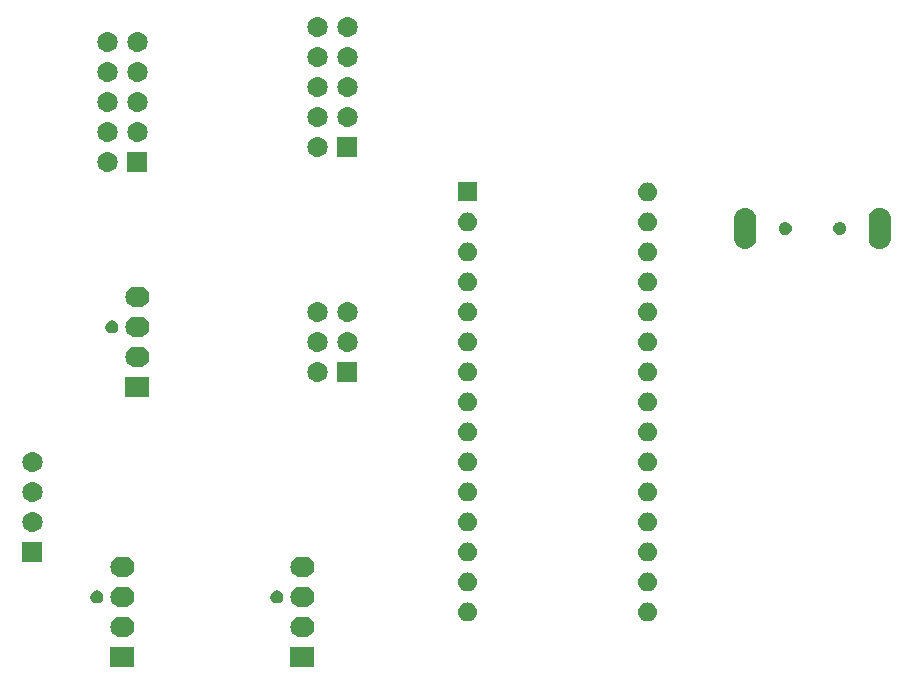
<source format=gbr>
%TF.GenerationSoftware,KiCad,Pcbnew,5.0.2-bee76a0~70~ubuntu14.04.1*%
%TF.CreationDate,2021-10-08T16:33:50+02:00*%
%TF.ProjectId,Literkarte Pong,4c697465-726b-4617-9274-6520506f6e67,rev?*%
%TF.SameCoordinates,Original*%
%TF.FileFunction,Soldermask,Bot*%
%TF.FilePolarity,Negative*%
%FSLAX46Y46*%
G04 Gerber Fmt 4.6, Leading zero omitted, Abs format (unit mm)*
G04 Created by KiCad (PCBNEW 5.0.2-bee76a0~70~ubuntu14.04.1) date Fr 08 Okt 2021 16:33:50 CEST*
%MOMM*%
%LPD*%
G01*
G04 APERTURE LIST*
%ADD10C,0.100000*%
G04 APERTURE END LIST*
D10*
G36*
X150875000Y-145645000D02*
X148845000Y-145645000D01*
X148845000Y-143915000D01*
X150875000Y-143915000D01*
X150875000Y-145645000D01*
X150875000Y-145645000D01*
G37*
G36*
X135635000Y-145645000D02*
X133605000Y-145645000D01*
X133605000Y-143915000D01*
X135635000Y-143915000D01*
X135635000Y-145645000D01*
X135635000Y-145645000D01*
G37*
G36*
X134876030Y-141381258D02*
X134939570Y-141387516D01*
X135060197Y-141424108D01*
X135102627Y-141436979D01*
X135252894Y-141517298D01*
X135384607Y-141625393D01*
X135492702Y-141757106D01*
X135573021Y-141907373D01*
X135573022Y-141907377D01*
X135622484Y-142070430D01*
X135639185Y-142240000D01*
X135622484Y-142409570D01*
X135585892Y-142530197D01*
X135573021Y-142572627D01*
X135492702Y-142722894D01*
X135384607Y-142854607D01*
X135252894Y-142962702D01*
X135102627Y-143043021D01*
X135060197Y-143055892D01*
X134939570Y-143092484D01*
X134876030Y-143098742D01*
X134812493Y-143105000D01*
X134427507Y-143105000D01*
X134363970Y-143098742D01*
X134300430Y-143092484D01*
X134179803Y-143055892D01*
X134137373Y-143043021D01*
X133987106Y-142962702D01*
X133855393Y-142854607D01*
X133747298Y-142722894D01*
X133666979Y-142572627D01*
X133654108Y-142530197D01*
X133617516Y-142409570D01*
X133600815Y-142240000D01*
X133617516Y-142070430D01*
X133666978Y-141907377D01*
X133666979Y-141907373D01*
X133747298Y-141757106D01*
X133855393Y-141625393D01*
X133987106Y-141517298D01*
X134137373Y-141436979D01*
X134179803Y-141424108D01*
X134300430Y-141387516D01*
X134363970Y-141381258D01*
X134427507Y-141375000D01*
X134812493Y-141375000D01*
X134876030Y-141381258D01*
X134876030Y-141381258D01*
G37*
G36*
X150116030Y-141381258D02*
X150179570Y-141387516D01*
X150300197Y-141424108D01*
X150342627Y-141436979D01*
X150492894Y-141517298D01*
X150624607Y-141625393D01*
X150732702Y-141757106D01*
X150813021Y-141907373D01*
X150813022Y-141907377D01*
X150862484Y-142070430D01*
X150879185Y-142240000D01*
X150862484Y-142409570D01*
X150825892Y-142530197D01*
X150813021Y-142572627D01*
X150732702Y-142722894D01*
X150624607Y-142854607D01*
X150492894Y-142962702D01*
X150342627Y-143043021D01*
X150300197Y-143055892D01*
X150179570Y-143092484D01*
X150116030Y-143098742D01*
X150052493Y-143105000D01*
X149667507Y-143105000D01*
X149603970Y-143098742D01*
X149540430Y-143092484D01*
X149419803Y-143055892D01*
X149377373Y-143043021D01*
X149227106Y-142962702D01*
X149095393Y-142854607D01*
X148987298Y-142722894D01*
X148906979Y-142572627D01*
X148894108Y-142530197D01*
X148857516Y-142409570D01*
X148840815Y-142240000D01*
X148857516Y-142070430D01*
X148906978Y-141907377D01*
X148906979Y-141907373D01*
X148987298Y-141757106D01*
X149095393Y-141625393D01*
X149227106Y-141517298D01*
X149377373Y-141436979D01*
X149419803Y-141424108D01*
X149540430Y-141387516D01*
X149603970Y-141381258D01*
X149667507Y-141375000D01*
X150052493Y-141375000D01*
X150116030Y-141381258D01*
X150116030Y-141381258D01*
G37*
G36*
X163947649Y-140177717D02*
X163986827Y-140181576D01*
X164062227Y-140204448D01*
X164137629Y-140227321D01*
X164276608Y-140301608D01*
X164398422Y-140401578D01*
X164498392Y-140523392D01*
X164572679Y-140662371D01*
X164618424Y-140813174D01*
X164633870Y-140970000D01*
X164618424Y-141126826D01*
X164572679Y-141277629D01*
X164498392Y-141416608D01*
X164398422Y-141538422D01*
X164276608Y-141638392D01*
X164137629Y-141712679D01*
X164062227Y-141735552D01*
X163986827Y-141758424D01*
X163947649Y-141762283D01*
X163869295Y-141770000D01*
X163790705Y-141770000D01*
X163712351Y-141762283D01*
X163673173Y-141758424D01*
X163597773Y-141735552D01*
X163522371Y-141712679D01*
X163383392Y-141638392D01*
X163261578Y-141538422D01*
X163161608Y-141416608D01*
X163087321Y-141277629D01*
X163041576Y-141126826D01*
X163026130Y-140970000D01*
X163041576Y-140813174D01*
X163087321Y-140662371D01*
X163161608Y-140523392D01*
X163261578Y-140401578D01*
X163383392Y-140301608D01*
X163522371Y-140227321D01*
X163597772Y-140204449D01*
X163673173Y-140181576D01*
X163712351Y-140177717D01*
X163790705Y-140170000D01*
X163869295Y-140170000D01*
X163947649Y-140177717D01*
X163947649Y-140177717D01*
G37*
G36*
X179187649Y-140177717D02*
X179226827Y-140181576D01*
X179302227Y-140204448D01*
X179377629Y-140227321D01*
X179516608Y-140301608D01*
X179638422Y-140401578D01*
X179738392Y-140523392D01*
X179812679Y-140662371D01*
X179858424Y-140813174D01*
X179873870Y-140970000D01*
X179858424Y-141126826D01*
X179812679Y-141277629D01*
X179738392Y-141416608D01*
X179638422Y-141538422D01*
X179516608Y-141638392D01*
X179377629Y-141712679D01*
X179302227Y-141735552D01*
X179226827Y-141758424D01*
X179187649Y-141762283D01*
X179109295Y-141770000D01*
X179030705Y-141770000D01*
X178952351Y-141762283D01*
X178913173Y-141758424D01*
X178837773Y-141735552D01*
X178762371Y-141712679D01*
X178623392Y-141638392D01*
X178501578Y-141538422D01*
X178401608Y-141416608D01*
X178327321Y-141277629D01*
X178281576Y-141126826D01*
X178266130Y-140970000D01*
X178281576Y-140813174D01*
X178327321Y-140662371D01*
X178401608Y-140523392D01*
X178501578Y-140401578D01*
X178623392Y-140301608D01*
X178762371Y-140227321D01*
X178837772Y-140204449D01*
X178913173Y-140181576D01*
X178952351Y-140177717D01*
X179030705Y-140170000D01*
X179109295Y-140170000D01*
X179187649Y-140177717D01*
X179187649Y-140177717D01*
G37*
G36*
X134876031Y-138841258D02*
X134939570Y-138847516D01*
X135060197Y-138884108D01*
X135102627Y-138896979D01*
X135252894Y-138977298D01*
X135384607Y-139085393D01*
X135492702Y-139217106D01*
X135573021Y-139367373D01*
X135573022Y-139367377D01*
X135622484Y-139530430D01*
X135639185Y-139700000D01*
X135622484Y-139869570D01*
X135594893Y-139960523D01*
X135573021Y-140032627D01*
X135492702Y-140182894D01*
X135384607Y-140314607D01*
X135252894Y-140422702D01*
X135102627Y-140503021D01*
X135060197Y-140515892D01*
X134939570Y-140552484D01*
X134876031Y-140558742D01*
X134812493Y-140565000D01*
X134427507Y-140565000D01*
X134363969Y-140558742D01*
X134300430Y-140552484D01*
X134179803Y-140515892D01*
X134137373Y-140503021D01*
X133987106Y-140422702D01*
X133855393Y-140314607D01*
X133747298Y-140182894D01*
X133666979Y-140032627D01*
X133645107Y-139960523D01*
X133617516Y-139869570D01*
X133600815Y-139700000D01*
X133617516Y-139530430D01*
X133666978Y-139367377D01*
X133666979Y-139367373D01*
X133747298Y-139217106D01*
X133855393Y-139085393D01*
X133987106Y-138977298D01*
X134137373Y-138896979D01*
X134179803Y-138884108D01*
X134300430Y-138847516D01*
X134363969Y-138841258D01*
X134427507Y-138835000D01*
X134812493Y-138835000D01*
X134876031Y-138841258D01*
X134876031Y-138841258D01*
G37*
G36*
X150116031Y-138841258D02*
X150179570Y-138847516D01*
X150300197Y-138884108D01*
X150342627Y-138896979D01*
X150492894Y-138977298D01*
X150624607Y-139085393D01*
X150732702Y-139217106D01*
X150813021Y-139367373D01*
X150813022Y-139367377D01*
X150862484Y-139530430D01*
X150879185Y-139700000D01*
X150862484Y-139869570D01*
X150834893Y-139960523D01*
X150813021Y-140032627D01*
X150732702Y-140182894D01*
X150624607Y-140314607D01*
X150492894Y-140422702D01*
X150342627Y-140503021D01*
X150300197Y-140515892D01*
X150179570Y-140552484D01*
X150116031Y-140558742D01*
X150052493Y-140565000D01*
X149667507Y-140565000D01*
X149603969Y-140558742D01*
X149540430Y-140552484D01*
X149419803Y-140515892D01*
X149377373Y-140503021D01*
X149227106Y-140422702D01*
X149095393Y-140314607D01*
X148987298Y-140182894D01*
X148906979Y-140032627D01*
X148885107Y-139960523D01*
X148857516Y-139869570D01*
X148840815Y-139700000D01*
X148857516Y-139530430D01*
X148906978Y-139367377D01*
X148906979Y-139367373D01*
X148987298Y-139217106D01*
X149095393Y-139085393D01*
X149227106Y-138977298D01*
X149377373Y-138896979D01*
X149419803Y-138884108D01*
X149540430Y-138847516D01*
X149603969Y-138841258D01*
X149667507Y-138835000D01*
X150052493Y-138835000D01*
X150116031Y-138841258D01*
X150116031Y-138841258D01*
G37*
G36*
X147789590Y-139157045D02*
X147860429Y-139171136D01*
X147960523Y-139212597D01*
X148050607Y-139272789D01*
X148127211Y-139349393D01*
X148127213Y-139349396D01*
X148187403Y-139439477D01*
X148228864Y-139539571D01*
X148250000Y-139645830D01*
X148250000Y-139754170D01*
X148228864Y-139860429D01*
X148187403Y-139960523D01*
X148127211Y-140050607D01*
X148050607Y-140127211D01*
X148050604Y-140127213D01*
X147960523Y-140187403D01*
X147860429Y-140228864D01*
X147789590Y-140242955D01*
X147754171Y-140250000D01*
X147645829Y-140250000D01*
X147610410Y-140242955D01*
X147539571Y-140228864D01*
X147439477Y-140187403D01*
X147349396Y-140127213D01*
X147349393Y-140127211D01*
X147272789Y-140050607D01*
X147212597Y-139960523D01*
X147171136Y-139860429D01*
X147150000Y-139754170D01*
X147150000Y-139645830D01*
X147171136Y-139539571D01*
X147212597Y-139439477D01*
X147272787Y-139349396D01*
X147272789Y-139349393D01*
X147349393Y-139272789D01*
X147439477Y-139212597D01*
X147539571Y-139171136D01*
X147610410Y-139157045D01*
X147645829Y-139150000D01*
X147754171Y-139150000D01*
X147789590Y-139157045D01*
X147789590Y-139157045D01*
G37*
G36*
X132549590Y-139157045D02*
X132620429Y-139171136D01*
X132720523Y-139212597D01*
X132810607Y-139272789D01*
X132887211Y-139349393D01*
X132887213Y-139349396D01*
X132947403Y-139439477D01*
X132988864Y-139539571D01*
X133010000Y-139645830D01*
X133010000Y-139754170D01*
X132988864Y-139860429D01*
X132947403Y-139960523D01*
X132887211Y-140050607D01*
X132810607Y-140127211D01*
X132810604Y-140127213D01*
X132720523Y-140187403D01*
X132620429Y-140228864D01*
X132549590Y-140242955D01*
X132514171Y-140250000D01*
X132405829Y-140250000D01*
X132370410Y-140242955D01*
X132299571Y-140228864D01*
X132199477Y-140187403D01*
X132109396Y-140127213D01*
X132109393Y-140127211D01*
X132032789Y-140050607D01*
X131972597Y-139960523D01*
X131931136Y-139860429D01*
X131910000Y-139754170D01*
X131910000Y-139645830D01*
X131931136Y-139539571D01*
X131972597Y-139439477D01*
X132032787Y-139349396D01*
X132032789Y-139349393D01*
X132109393Y-139272789D01*
X132199477Y-139212597D01*
X132299571Y-139171136D01*
X132370410Y-139157045D01*
X132405829Y-139150000D01*
X132514171Y-139150000D01*
X132549590Y-139157045D01*
X132549590Y-139157045D01*
G37*
G36*
X179187649Y-137637717D02*
X179226827Y-137641576D01*
X179302227Y-137664448D01*
X179377629Y-137687321D01*
X179516608Y-137761608D01*
X179638422Y-137861578D01*
X179738392Y-137983392D01*
X179812679Y-138122371D01*
X179858424Y-138273174D01*
X179873870Y-138430000D01*
X179858424Y-138586826D01*
X179812679Y-138737629D01*
X179738392Y-138876608D01*
X179638422Y-138998422D01*
X179516608Y-139098392D01*
X179377629Y-139172679D01*
X179302228Y-139195551D01*
X179226827Y-139218424D01*
X179187649Y-139222283D01*
X179109295Y-139230000D01*
X179030705Y-139230000D01*
X178952351Y-139222283D01*
X178913173Y-139218424D01*
X178837773Y-139195552D01*
X178762371Y-139172679D01*
X178623392Y-139098392D01*
X178501578Y-138998422D01*
X178401608Y-138876608D01*
X178327321Y-138737629D01*
X178281576Y-138586826D01*
X178266130Y-138430000D01*
X178281576Y-138273174D01*
X178327321Y-138122371D01*
X178401608Y-137983392D01*
X178501578Y-137861578D01*
X178623392Y-137761608D01*
X178762371Y-137687321D01*
X178837773Y-137664448D01*
X178913173Y-137641576D01*
X178952351Y-137637717D01*
X179030705Y-137630000D01*
X179109295Y-137630000D01*
X179187649Y-137637717D01*
X179187649Y-137637717D01*
G37*
G36*
X163947649Y-137637717D02*
X163986827Y-137641576D01*
X164062227Y-137664448D01*
X164137629Y-137687321D01*
X164276608Y-137761608D01*
X164398422Y-137861578D01*
X164498392Y-137983392D01*
X164572679Y-138122371D01*
X164618424Y-138273174D01*
X164633870Y-138430000D01*
X164618424Y-138586826D01*
X164572679Y-138737629D01*
X164498392Y-138876608D01*
X164398422Y-138998422D01*
X164276608Y-139098392D01*
X164137629Y-139172679D01*
X164062228Y-139195551D01*
X163986827Y-139218424D01*
X163947649Y-139222283D01*
X163869295Y-139230000D01*
X163790705Y-139230000D01*
X163712351Y-139222283D01*
X163673173Y-139218424D01*
X163597773Y-139195552D01*
X163522371Y-139172679D01*
X163383392Y-139098392D01*
X163261578Y-138998422D01*
X163161608Y-138876608D01*
X163087321Y-138737629D01*
X163041576Y-138586826D01*
X163026130Y-138430000D01*
X163041576Y-138273174D01*
X163087321Y-138122371D01*
X163161608Y-137983392D01*
X163261578Y-137861578D01*
X163383392Y-137761608D01*
X163522371Y-137687321D01*
X163597773Y-137664448D01*
X163673173Y-137641576D01*
X163712351Y-137637717D01*
X163790705Y-137630000D01*
X163869295Y-137630000D01*
X163947649Y-137637717D01*
X163947649Y-137637717D01*
G37*
G36*
X150116031Y-136301258D02*
X150179570Y-136307516D01*
X150300197Y-136344108D01*
X150342627Y-136356979D01*
X150492894Y-136437298D01*
X150624607Y-136545393D01*
X150732702Y-136677106D01*
X150813021Y-136827373D01*
X150813022Y-136827377D01*
X150862484Y-136990430D01*
X150879185Y-137160000D01*
X150862484Y-137329570D01*
X150825892Y-137450197D01*
X150813021Y-137492627D01*
X150732702Y-137642894D01*
X150624607Y-137774607D01*
X150492894Y-137882702D01*
X150342627Y-137963021D01*
X150300197Y-137975892D01*
X150179570Y-138012484D01*
X150116031Y-138018742D01*
X150052493Y-138025000D01*
X149667507Y-138025000D01*
X149603969Y-138018742D01*
X149540430Y-138012484D01*
X149419803Y-137975892D01*
X149377373Y-137963021D01*
X149227106Y-137882702D01*
X149095393Y-137774607D01*
X148987298Y-137642894D01*
X148906979Y-137492627D01*
X148894108Y-137450197D01*
X148857516Y-137329570D01*
X148840815Y-137160000D01*
X148857516Y-136990430D01*
X148906978Y-136827377D01*
X148906979Y-136827373D01*
X148987298Y-136677106D01*
X149095393Y-136545393D01*
X149227106Y-136437298D01*
X149377373Y-136356979D01*
X149419803Y-136344108D01*
X149540430Y-136307516D01*
X149603969Y-136301258D01*
X149667507Y-136295000D01*
X150052493Y-136295000D01*
X150116031Y-136301258D01*
X150116031Y-136301258D01*
G37*
G36*
X134876031Y-136301258D02*
X134939570Y-136307516D01*
X135060197Y-136344108D01*
X135102627Y-136356979D01*
X135252894Y-136437298D01*
X135384607Y-136545393D01*
X135492702Y-136677106D01*
X135573021Y-136827373D01*
X135573022Y-136827377D01*
X135622484Y-136990430D01*
X135639185Y-137160000D01*
X135622484Y-137329570D01*
X135585892Y-137450197D01*
X135573021Y-137492627D01*
X135492702Y-137642894D01*
X135384607Y-137774607D01*
X135252894Y-137882702D01*
X135102627Y-137963021D01*
X135060197Y-137975892D01*
X134939570Y-138012484D01*
X134876031Y-138018742D01*
X134812493Y-138025000D01*
X134427507Y-138025000D01*
X134363969Y-138018742D01*
X134300430Y-138012484D01*
X134179803Y-137975892D01*
X134137373Y-137963021D01*
X133987106Y-137882702D01*
X133855393Y-137774607D01*
X133747298Y-137642894D01*
X133666979Y-137492627D01*
X133654108Y-137450197D01*
X133617516Y-137329570D01*
X133600815Y-137160000D01*
X133617516Y-136990430D01*
X133666978Y-136827377D01*
X133666979Y-136827373D01*
X133747298Y-136677106D01*
X133855393Y-136545393D01*
X133987106Y-136437298D01*
X134137373Y-136356979D01*
X134179803Y-136344108D01*
X134300430Y-136307516D01*
X134363969Y-136301258D01*
X134427507Y-136295000D01*
X134812493Y-136295000D01*
X134876031Y-136301258D01*
X134876031Y-136301258D01*
G37*
G36*
X127850000Y-136740000D02*
X126150000Y-136740000D01*
X126150000Y-135040000D01*
X127850000Y-135040000D01*
X127850000Y-136740000D01*
X127850000Y-136740000D01*
G37*
G36*
X179187649Y-135097717D02*
X179226827Y-135101576D01*
X179302228Y-135124449D01*
X179377629Y-135147321D01*
X179516608Y-135221608D01*
X179638422Y-135321578D01*
X179738392Y-135443392D01*
X179812679Y-135582371D01*
X179858424Y-135733174D01*
X179873870Y-135890000D01*
X179858424Y-136046826D01*
X179812679Y-136197629D01*
X179738392Y-136336608D01*
X179638422Y-136458422D01*
X179516608Y-136558392D01*
X179377629Y-136632679D01*
X179302228Y-136655551D01*
X179226827Y-136678424D01*
X179187649Y-136682283D01*
X179109295Y-136690000D01*
X179030705Y-136690000D01*
X178952351Y-136682283D01*
X178913173Y-136678424D01*
X178837773Y-136655552D01*
X178762371Y-136632679D01*
X178623392Y-136558392D01*
X178501578Y-136458422D01*
X178401608Y-136336608D01*
X178327321Y-136197629D01*
X178281576Y-136046826D01*
X178266130Y-135890000D01*
X178281576Y-135733174D01*
X178327321Y-135582371D01*
X178401608Y-135443392D01*
X178501578Y-135321578D01*
X178623392Y-135221608D01*
X178762371Y-135147321D01*
X178837772Y-135124449D01*
X178913173Y-135101576D01*
X178952351Y-135097717D01*
X179030705Y-135090000D01*
X179109295Y-135090000D01*
X179187649Y-135097717D01*
X179187649Y-135097717D01*
G37*
G36*
X163947649Y-135097717D02*
X163986827Y-135101576D01*
X164062228Y-135124449D01*
X164137629Y-135147321D01*
X164276608Y-135221608D01*
X164398422Y-135321578D01*
X164498392Y-135443392D01*
X164572679Y-135582371D01*
X164618424Y-135733174D01*
X164633870Y-135890000D01*
X164618424Y-136046826D01*
X164572679Y-136197629D01*
X164498392Y-136336608D01*
X164398422Y-136458422D01*
X164276608Y-136558392D01*
X164137629Y-136632679D01*
X164062228Y-136655551D01*
X163986827Y-136678424D01*
X163947649Y-136682283D01*
X163869295Y-136690000D01*
X163790705Y-136690000D01*
X163712351Y-136682283D01*
X163673173Y-136678424D01*
X163597773Y-136655552D01*
X163522371Y-136632679D01*
X163383392Y-136558392D01*
X163261578Y-136458422D01*
X163161608Y-136336608D01*
X163087321Y-136197629D01*
X163041576Y-136046826D01*
X163026130Y-135890000D01*
X163041576Y-135733174D01*
X163087321Y-135582371D01*
X163161608Y-135443392D01*
X163261578Y-135321578D01*
X163383392Y-135221608D01*
X163522371Y-135147321D01*
X163597772Y-135124449D01*
X163673173Y-135101576D01*
X163712351Y-135097717D01*
X163790705Y-135090000D01*
X163869295Y-135090000D01*
X163947649Y-135097717D01*
X163947649Y-135097717D01*
G37*
G36*
X127166630Y-132512299D02*
X127326855Y-132560903D01*
X127474520Y-132639831D01*
X127603949Y-132746051D01*
X127710169Y-132875480D01*
X127789097Y-133023145D01*
X127837701Y-133183370D01*
X127854112Y-133350000D01*
X127837701Y-133516630D01*
X127789097Y-133676855D01*
X127710169Y-133824520D01*
X127603949Y-133953949D01*
X127474520Y-134060169D01*
X127326855Y-134139097D01*
X127166630Y-134187701D01*
X127041752Y-134200000D01*
X126958248Y-134200000D01*
X126833370Y-134187701D01*
X126673145Y-134139097D01*
X126525480Y-134060169D01*
X126396051Y-133953949D01*
X126289831Y-133824520D01*
X126210903Y-133676855D01*
X126162299Y-133516630D01*
X126145888Y-133350000D01*
X126162299Y-133183370D01*
X126210903Y-133023145D01*
X126289831Y-132875480D01*
X126396051Y-132746051D01*
X126525480Y-132639831D01*
X126673145Y-132560903D01*
X126833370Y-132512299D01*
X126958248Y-132500000D01*
X127041752Y-132500000D01*
X127166630Y-132512299D01*
X127166630Y-132512299D01*
G37*
G36*
X179187649Y-132557717D02*
X179226827Y-132561576D01*
X179302227Y-132584448D01*
X179377629Y-132607321D01*
X179516608Y-132681608D01*
X179638422Y-132781578D01*
X179738392Y-132903392D01*
X179812679Y-133042371D01*
X179812679Y-133042372D01*
X179858424Y-133193173D01*
X179873870Y-133350000D01*
X179858424Y-133506827D01*
X179855450Y-133516630D01*
X179812679Y-133657629D01*
X179738392Y-133796608D01*
X179638422Y-133918422D01*
X179516608Y-134018392D01*
X179377629Y-134092679D01*
X179302227Y-134115552D01*
X179226827Y-134138424D01*
X179187649Y-134142283D01*
X179109295Y-134150000D01*
X179030705Y-134150000D01*
X178952351Y-134142283D01*
X178913173Y-134138424D01*
X178837773Y-134115552D01*
X178762371Y-134092679D01*
X178623392Y-134018392D01*
X178501578Y-133918422D01*
X178401608Y-133796608D01*
X178327321Y-133657629D01*
X178284550Y-133516630D01*
X178281576Y-133506827D01*
X178266130Y-133350000D01*
X178281576Y-133193173D01*
X178327321Y-133042372D01*
X178327321Y-133042371D01*
X178401608Y-132903392D01*
X178501578Y-132781578D01*
X178623392Y-132681608D01*
X178762371Y-132607321D01*
X178837772Y-132584449D01*
X178913173Y-132561576D01*
X178952351Y-132557717D01*
X179030705Y-132550000D01*
X179109295Y-132550000D01*
X179187649Y-132557717D01*
X179187649Y-132557717D01*
G37*
G36*
X163947649Y-132557717D02*
X163986827Y-132561576D01*
X164062227Y-132584448D01*
X164137629Y-132607321D01*
X164276608Y-132681608D01*
X164398422Y-132781578D01*
X164498392Y-132903392D01*
X164572679Y-133042371D01*
X164572679Y-133042372D01*
X164618424Y-133193173D01*
X164633870Y-133350000D01*
X164618424Y-133506827D01*
X164615450Y-133516630D01*
X164572679Y-133657629D01*
X164498392Y-133796608D01*
X164398422Y-133918422D01*
X164276608Y-134018392D01*
X164137629Y-134092679D01*
X164062227Y-134115552D01*
X163986827Y-134138424D01*
X163947649Y-134142283D01*
X163869295Y-134150000D01*
X163790705Y-134150000D01*
X163712351Y-134142283D01*
X163673173Y-134138424D01*
X163597773Y-134115552D01*
X163522371Y-134092679D01*
X163383392Y-134018392D01*
X163261578Y-133918422D01*
X163161608Y-133796608D01*
X163087321Y-133657629D01*
X163044550Y-133516630D01*
X163041576Y-133506827D01*
X163026130Y-133350000D01*
X163041576Y-133193173D01*
X163087321Y-133042372D01*
X163087321Y-133042371D01*
X163161608Y-132903392D01*
X163261578Y-132781578D01*
X163383392Y-132681608D01*
X163522371Y-132607321D01*
X163597772Y-132584449D01*
X163673173Y-132561576D01*
X163712351Y-132557717D01*
X163790705Y-132550000D01*
X163869295Y-132550000D01*
X163947649Y-132557717D01*
X163947649Y-132557717D01*
G37*
G36*
X127166630Y-129972299D02*
X127326855Y-130020903D01*
X127474520Y-130099831D01*
X127603949Y-130206051D01*
X127710169Y-130335480D01*
X127789097Y-130483145D01*
X127837701Y-130643370D01*
X127854112Y-130810000D01*
X127837701Y-130976630D01*
X127789097Y-131136855D01*
X127710169Y-131284520D01*
X127603949Y-131413949D01*
X127474520Y-131520169D01*
X127326855Y-131599097D01*
X127166630Y-131647701D01*
X127041752Y-131660000D01*
X126958248Y-131660000D01*
X126833370Y-131647701D01*
X126673145Y-131599097D01*
X126525480Y-131520169D01*
X126396051Y-131413949D01*
X126289831Y-131284520D01*
X126210903Y-131136855D01*
X126162299Y-130976630D01*
X126145888Y-130810000D01*
X126162299Y-130643370D01*
X126210903Y-130483145D01*
X126289831Y-130335480D01*
X126396051Y-130206051D01*
X126525480Y-130099831D01*
X126673145Y-130020903D01*
X126833370Y-129972299D01*
X126958248Y-129960000D01*
X127041752Y-129960000D01*
X127166630Y-129972299D01*
X127166630Y-129972299D01*
G37*
G36*
X163947649Y-130017717D02*
X163986827Y-130021576D01*
X164062227Y-130044448D01*
X164137629Y-130067321D01*
X164276608Y-130141608D01*
X164398422Y-130241578D01*
X164498392Y-130363392D01*
X164572679Y-130502371D01*
X164572679Y-130502372D01*
X164618424Y-130653173D01*
X164633870Y-130810000D01*
X164618424Y-130966827D01*
X164615450Y-130976630D01*
X164572679Y-131117629D01*
X164498392Y-131256608D01*
X164398422Y-131378422D01*
X164276608Y-131478392D01*
X164137629Y-131552679D01*
X164062227Y-131575552D01*
X163986827Y-131598424D01*
X163947649Y-131602283D01*
X163869295Y-131610000D01*
X163790705Y-131610000D01*
X163712351Y-131602283D01*
X163673173Y-131598424D01*
X163597773Y-131575552D01*
X163522371Y-131552679D01*
X163383392Y-131478392D01*
X163261578Y-131378422D01*
X163161608Y-131256608D01*
X163087321Y-131117629D01*
X163044550Y-130976630D01*
X163041576Y-130966827D01*
X163026130Y-130810000D01*
X163041576Y-130653173D01*
X163087321Y-130502372D01*
X163087321Y-130502371D01*
X163161608Y-130363392D01*
X163261578Y-130241578D01*
X163383392Y-130141608D01*
X163522371Y-130067321D01*
X163597773Y-130044448D01*
X163673173Y-130021576D01*
X163712351Y-130017717D01*
X163790705Y-130010000D01*
X163869295Y-130010000D01*
X163947649Y-130017717D01*
X163947649Y-130017717D01*
G37*
G36*
X179187649Y-130017717D02*
X179226827Y-130021576D01*
X179302227Y-130044448D01*
X179377629Y-130067321D01*
X179516608Y-130141608D01*
X179638422Y-130241578D01*
X179738392Y-130363392D01*
X179812679Y-130502371D01*
X179812679Y-130502372D01*
X179858424Y-130653173D01*
X179873870Y-130810000D01*
X179858424Y-130966827D01*
X179855450Y-130976630D01*
X179812679Y-131117629D01*
X179738392Y-131256608D01*
X179638422Y-131378422D01*
X179516608Y-131478392D01*
X179377629Y-131552679D01*
X179302227Y-131575552D01*
X179226827Y-131598424D01*
X179187649Y-131602283D01*
X179109295Y-131610000D01*
X179030705Y-131610000D01*
X178952351Y-131602283D01*
X178913173Y-131598424D01*
X178837773Y-131575552D01*
X178762371Y-131552679D01*
X178623392Y-131478392D01*
X178501578Y-131378422D01*
X178401608Y-131256608D01*
X178327321Y-131117629D01*
X178284550Y-130976630D01*
X178281576Y-130966827D01*
X178266130Y-130810000D01*
X178281576Y-130653173D01*
X178327321Y-130502372D01*
X178327321Y-130502371D01*
X178401608Y-130363392D01*
X178501578Y-130241578D01*
X178623392Y-130141608D01*
X178762371Y-130067321D01*
X178837773Y-130044448D01*
X178913173Y-130021576D01*
X178952351Y-130017717D01*
X179030705Y-130010000D01*
X179109295Y-130010000D01*
X179187649Y-130017717D01*
X179187649Y-130017717D01*
G37*
G36*
X127166630Y-127432299D02*
X127326855Y-127480903D01*
X127474520Y-127559831D01*
X127603949Y-127666051D01*
X127710169Y-127795480D01*
X127789097Y-127943145D01*
X127837701Y-128103370D01*
X127854112Y-128270000D01*
X127837701Y-128436630D01*
X127789097Y-128596855D01*
X127710169Y-128744520D01*
X127603949Y-128873949D01*
X127474520Y-128980169D01*
X127326855Y-129059097D01*
X127166630Y-129107701D01*
X127041752Y-129120000D01*
X126958248Y-129120000D01*
X126833370Y-129107701D01*
X126673145Y-129059097D01*
X126525480Y-128980169D01*
X126396051Y-128873949D01*
X126289831Y-128744520D01*
X126210903Y-128596855D01*
X126162299Y-128436630D01*
X126145888Y-128270000D01*
X126162299Y-128103370D01*
X126210903Y-127943145D01*
X126289831Y-127795480D01*
X126396051Y-127666051D01*
X126525480Y-127559831D01*
X126673145Y-127480903D01*
X126833370Y-127432299D01*
X126958248Y-127420000D01*
X127041752Y-127420000D01*
X127166630Y-127432299D01*
X127166630Y-127432299D01*
G37*
G36*
X179187649Y-127477717D02*
X179226827Y-127481576D01*
X179302228Y-127504449D01*
X179377629Y-127527321D01*
X179516608Y-127601608D01*
X179638422Y-127701578D01*
X179738392Y-127823392D01*
X179812679Y-127962371D01*
X179812679Y-127962372D01*
X179858424Y-128113173D01*
X179873870Y-128270000D01*
X179858424Y-128426827D01*
X179855450Y-128436630D01*
X179812679Y-128577629D01*
X179738392Y-128716608D01*
X179638422Y-128838422D01*
X179516608Y-128938392D01*
X179377629Y-129012679D01*
X179302228Y-129035551D01*
X179226827Y-129058424D01*
X179187649Y-129062283D01*
X179109295Y-129070000D01*
X179030705Y-129070000D01*
X178952351Y-129062283D01*
X178913173Y-129058424D01*
X178837772Y-129035551D01*
X178762371Y-129012679D01*
X178623392Y-128938392D01*
X178501578Y-128838422D01*
X178401608Y-128716608D01*
X178327321Y-128577629D01*
X178284550Y-128436630D01*
X178281576Y-128426827D01*
X178266130Y-128270000D01*
X178281576Y-128113173D01*
X178327321Y-127962372D01*
X178327321Y-127962371D01*
X178401608Y-127823392D01*
X178501578Y-127701578D01*
X178623392Y-127601608D01*
X178762371Y-127527321D01*
X178837773Y-127504448D01*
X178913173Y-127481576D01*
X178952351Y-127477717D01*
X179030705Y-127470000D01*
X179109295Y-127470000D01*
X179187649Y-127477717D01*
X179187649Y-127477717D01*
G37*
G36*
X163947649Y-127477717D02*
X163986827Y-127481576D01*
X164062228Y-127504449D01*
X164137629Y-127527321D01*
X164276608Y-127601608D01*
X164398422Y-127701578D01*
X164498392Y-127823392D01*
X164572679Y-127962371D01*
X164572679Y-127962372D01*
X164618424Y-128113173D01*
X164633870Y-128270000D01*
X164618424Y-128426827D01*
X164615450Y-128436630D01*
X164572679Y-128577629D01*
X164498392Y-128716608D01*
X164398422Y-128838422D01*
X164276608Y-128938392D01*
X164137629Y-129012679D01*
X164062228Y-129035551D01*
X163986827Y-129058424D01*
X163947649Y-129062283D01*
X163869295Y-129070000D01*
X163790705Y-129070000D01*
X163712351Y-129062283D01*
X163673173Y-129058424D01*
X163597772Y-129035551D01*
X163522371Y-129012679D01*
X163383392Y-128938392D01*
X163261578Y-128838422D01*
X163161608Y-128716608D01*
X163087321Y-128577629D01*
X163044550Y-128436630D01*
X163041576Y-128426827D01*
X163026130Y-128270000D01*
X163041576Y-128113173D01*
X163087321Y-127962372D01*
X163087321Y-127962371D01*
X163161608Y-127823392D01*
X163261578Y-127701578D01*
X163383392Y-127601608D01*
X163522371Y-127527321D01*
X163597773Y-127504448D01*
X163673173Y-127481576D01*
X163712351Y-127477717D01*
X163790705Y-127470000D01*
X163869295Y-127470000D01*
X163947649Y-127477717D01*
X163947649Y-127477717D01*
G37*
G36*
X179187649Y-124937717D02*
X179226827Y-124941576D01*
X179302227Y-124964448D01*
X179377629Y-124987321D01*
X179516608Y-125061608D01*
X179638422Y-125161578D01*
X179738392Y-125283392D01*
X179812679Y-125422371D01*
X179858424Y-125573174D01*
X179873870Y-125730000D01*
X179858424Y-125886826D01*
X179812679Y-126037629D01*
X179738392Y-126176608D01*
X179638422Y-126298422D01*
X179516608Y-126398392D01*
X179377629Y-126472679D01*
X179302227Y-126495552D01*
X179226827Y-126518424D01*
X179187649Y-126522283D01*
X179109295Y-126530000D01*
X179030705Y-126530000D01*
X178952351Y-126522283D01*
X178913173Y-126518424D01*
X178837773Y-126495552D01*
X178762371Y-126472679D01*
X178623392Y-126398392D01*
X178501578Y-126298422D01*
X178401608Y-126176608D01*
X178327321Y-126037629D01*
X178281576Y-125886826D01*
X178266130Y-125730000D01*
X178281576Y-125573174D01*
X178327321Y-125422371D01*
X178401608Y-125283392D01*
X178501578Y-125161578D01*
X178623392Y-125061608D01*
X178762371Y-124987321D01*
X178837773Y-124964448D01*
X178913173Y-124941576D01*
X178952351Y-124937717D01*
X179030705Y-124930000D01*
X179109295Y-124930000D01*
X179187649Y-124937717D01*
X179187649Y-124937717D01*
G37*
G36*
X163947649Y-124937717D02*
X163986827Y-124941576D01*
X164062227Y-124964448D01*
X164137629Y-124987321D01*
X164276608Y-125061608D01*
X164398422Y-125161578D01*
X164498392Y-125283392D01*
X164572679Y-125422371D01*
X164618424Y-125573174D01*
X164633870Y-125730000D01*
X164618424Y-125886826D01*
X164572679Y-126037629D01*
X164498392Y-126176608D01*
X164398422Y-126298422D01*
X164276608Y-126398392D01*
X164137629Y-126472679D01*
X164062227Y-126495552D01*
X163986827Y-126518424D01*
X163947649Y-126522283D01*
X163869295Y-126530000D01*
X163790705Y-126530000D01*
X163712351Y-126522283D01*
X163673173Y-126518424D01*
X163597773Y-126495552D01*
X163522371Y-126472679D01*
X163383392Y-126398392D01*
X163261578Y-126298422D01*
X163161608Y-126176608D01*
X163087321Y-126037629D01*
X163041576Y-125886826D01*
X163026130Y-125730000D01*
X163041576Y-125573174D01*
X163087321Y-125422371D01*
X163161608Y-125283392D01*
X163261578Y-125161578D01*
X163383392Y-125061608D01*
X163522371Y-124987321D01*
X163597773Y-124964448D01*
X163673173Y-124941576D01*
X163712351Y-124937717D01*
X163790705Y-124930000D01*
X163869295Y-124930000D01*
X163947649Y-124937717D01*
X163947649Y-124937717D01*
G37*
G36*
X163947649Y-122397717D02*
X163986827Y-122401576D01*
X164062227Y-122424448D01*
X164137629Y-122447321D01*
X164276608Y-122521608D01*
X164398422Y-122621578D01*
X164498392Y-122743392D01*
X164572679Y-122882371D01*
X164618424Y-123033174D01*
X164633870Y-123190000D01*
X164618424Y-123346826D01*
X164572679Y-123497629D01*
X164498392Y-123636608D01*
X164398422Y-123758422D01*
X164276608Y-123858392D01*
X164137629Y-123932679D01*
X164062227Y-123955552D01*
X163986827Y-123978424D01*
X163947649Y-123982283D01*
X163869295Y-123990000D01*
X163790705Y-123990000D01*
X163712351Y-123982283D01*
X163673173Y-123978424D01*
X163597773Y-123955552D01*
X163522371Y-123932679D01*
X163383392Y-123858392D01*
X163261578Y-123758422D01*
X163161608Y-123636608D01*
X163087321Y-123497629D01*
X163041576Y-123346826D01*
X163026130Y-123190000D01*
X163041576Y-123033174D01*
X163087321Y-122882371D01*
X163161608Y-122743392D01*
X163261578Y-122621578D01*
X163383392Y-122521608D01*
X163522371Y-122447321D01*
X163597773Y-122424448D01*
X163673173Y-122401576D01*
X163712351Y-122397717D01*
X163790705Y-122390000D01*
X163869295Y-122390000D01*
X163947649Y-122397717D01*
X163947649Y-122397717D01*
G37*
G36*
X179187649Y-122397717D02*
X179226827Y-122401576D01*
X179302227Y-122424448D01*
X179377629Y-122447321D01*
X179516608Y-122521608D01*
X179638422Y-122621578D01*
X179738392Y-122743392D01*
X179812679Y-122882371D01*
X179858424Y-123033174D01*
X179873870Y-123190000D01*
X179858424Y-123346826D01*
X179812679Y-123497629D01*
X179738392Y-123636608D01*
X179638422Y-123758422D01*
X179516608Y-123858392D01*
X179377629Y-123932679D01*
X179302227Y-123955552D01*
X179226827Y-123978424D01*
X179187649Y-123982283D01*
X179109295Y-123990000D01*
X179030705Y-123990000D01*
X178952351Y-123982283D01*
X178913173Y-123978424D01*
X178837773Y-123955552D01*
X178762371Y-123932679D01*
X178623392Y-123858392D01*
X178501578Y-123758422D01*
X178401608Y-123636608D01*
X178327321Y-123497629D01*
X178281576Y-123346826D01*
X178266130Y-123190000D01*
X178281576Y-123033174D01*
X178327321Y-122882371D01*
X178401608Y-122743392D01*
X178501578Y-122621578D01*
X178623392Y-122521608D01*
X178762371Y-122447321D01*
X178837773Y-122424448D01*
X178913173Y-122401576D01*
X178952351Y-122397717D01*
X179030705Y-122390000D01*
X179109295Y-122390000D01*
X179187649Y-122397717D01*
X179187649Y-122397717D01*
G37*
G36*
X136905000Y-122785000D02*
X134875000Y-122785000D01*
X134875000Y-121055000D01*
X136905000Y-121055000D01*
X136905000Y-122785000D01*
X136905000Y-122785000D01*
G37*
G36*
X154520000Y-121500000D02*
X152820000Y-121500000D01*
X152820000Y-119800000D01*
X154520000Y-119800000D01*
X154520000Y-121500000D01*
X154520000Y-121500000D01*
G37*
G36*
X151296630Y-119812299D02*
X151456855Y-119860903D01*
X151604520Y-119939831D01*
X151733949Y-120046051D01*
X151840169Y-120175480D01*
X151919097Y-120323145D01*
X151967701Y-120483370D01*
X151984112Y-120650000D01*
X151967701Y-120816630D01*
X151919097Y-120976855D01*
X151840169Y-121124520D01*
X151733949Y-121253949D01*
X151604520Y-121360169D01*
X151456855Y-121439097D01*
X151296630Y-121487701D01*
X151171752Y-121500000D01*
X151088248Y-121500000D01*
X150963370Y-121487701D01*
X150803145Y-121439097D01*
X150655480Y-121360169D01*
X150526051Y-121253949D01*
X150419831Y-121124520D01*
X150340903Y-120976855D01*
X150292299Y-120816630D01*
X150275888Y-120650000D01*
X150292299Y-120483370D01*
X150340903Y-120323145D01*
X150419831Y-120175480D01*
X150526051Y-120046051D01*
X150655480Y-119939831D01*
X150803145Y-119860903D01*
X150963370Y-119812299D01*
X151088248Y-119800000D01*
X151171752Y-119800000D01*
X151296630Y-119812299D01*
X151296630Y-119812299D01*
G37*
G36*
X179187649Y-119857717D02*
X179226827Y-119861576D01*
X179302227Y-119884448D01*
X179377629Y-119907321D01*
X179516608Y-119981608D01*
X179638422Y-120081578D01*
X179738392Y-120203392D01*
X179812679Y-120342371D01*
X179812679Y-120342372D01*
X179858424Y-120493173D01*
X179873870Y-120650000D01*
X179858424Y-120806827D01*
X179855450Y-120816630D01*
X179812679Y-120957629D01*
X179738392Y-121096608D01*
X179638422Y-121218422D01*
X179516608Y-121318392D01*
X179377629Y-121392679D01*
X179302227Y-121415552D01*
X179226827Y-121438424D01*
X179187649Y-121442283D01*
X179109295Y-121450000D01*
X179030705Y-121450000D01*
X178952351Y-121442283D01*
X178913173Y-121438424D01*
X178837773Y-121415552D01*
X178762371Y-121392679D01*
X178623392Y-121318392D01*
X178501578Y-121218422D01*
X178401608Y-121096608D01*
X178327321Y-120957629D01*
X178284550Y-120816630D01*
X178281576Y-120806827D01*
X178266130Y-120650000D01*
X178281576Y-120493173D01*
X178327321Y-120342372D01*
X178327321Y-120342371D01*
X178401608Y-120203392D01*
X178501578Y-120081578D01*
X178623392Y-119981608D01*
X178762371Y-119907321D01*
X178837773Y-119884448D01*
X178913173Y-119861576D01*
X178952351Y-119857717D01*
X179030705Y-119850000D01*
X179109295Y-119850000D01*
X179187649Y-119857717D01*
X179187649Y-119857717D01*
G37*
G36*
X163947649Y-119857717D02*
X163986827Y-119861576D01*
X164062227Y-119884448D01*
X164137629Y-119907321D01*
X164276608Y-119981608D01*
X164398422Y-120081578D01*
X164498392Y-120203392D01*
X164572679Y-120342371D01*
X164572679Y-120342372D01*
X164618424Y-120493173D01*
X164633870Y-120650000D01*
X164618424Y-120806827D01*
X164615450Y-120816630D01*
X164572679Y-120957629D01*
X164498392Y-121096608D01*
X164398422Y-121218422D01*
X164276608Y-121318392D01*
X164137629Y-121392679D01*
X164062227Y-121415552D01*
X163986827Y-121438424D01*
X163947649Y-121442283D01*
X163869295Y-121450000D01*
X163790705Y-121450000D01*
X163712351Y-121442283D01*
X163673173Y-121438424D01*
X163597773Y-121415552D01*
X163522371Y-121392679D01*
X163383392Y-121318392D01*
X163261578Y-121218422D01*
X163161608Y-121096608D01*
X163087321Y-120957629D01*
X163044550Y-120816630D01*
X163041576Y-120806827D01*
X163026130Y-120650000D01*
X163041576Y-120493173D01*
X163087321Y-120342372D01*
X163087321Y-120342371D01*
X163161608Y-120203392D01*
X163261578Y-120081578D01*
X163383392Y-119981608D01*
X163522371Y-119907321D01*
X163597773Y-119884448D01*
X163673173Y-119861576D01*
X163712351Y-119857717D01*
X163790705Y-119850000D01*
X163869295Y-119850000D01*
X163947649Y-119857717D01*
X163947649Y-119857717D01*
G37*
G36*
X136146030Y-118521258D02*
X136209570Y-118527516D01*
X136330197Y-118564108D01*
X136372627Y-118576979D01*
X136522894Y-118657298D01*
X136654607Y-118765393D01*
X136762702Y-118897106D01*
X136843021Y-119047373D01*
X136843022Y-119047377D01*
X136892484Y-119210430D01*
X136909185Y-119380000D01*
X136892484Y-119549570D01*
X136855892Y-119670197D01*
X136843021Y-119712627D01*
X136762702Y-119862894D01*
X136654607Y-119994607D01*
X136522894Y-120102702D01*
X136372627Y-120183021D01*
X136330197Y-120195892D01*
X136209570Y-120232484D01*
X136146030Y-120238742D01*
X136082493Y-120245000D01*
X135697507Y-120245000D01*
X135633970Y-120238742D01*
X135570430Y-120232484D01*
X135449803Y-120195892D01*
X135407373Y-120183021D01*
X135257106Y-120102702D01*
X135125393Y-119994607D01*
X135017298Y-119862894D01*
X134936979Y-119712627D01*
X134924108Y-119670197D01*
X134887516Y-119549570D01*
X134870815Y-119380000D01*
X134887516Y-119210430D01*
X134936978Y-119047377D01*
X134936979Y-119047373D01*
X135017298Y-118897106D01*
X135125393Y-118765393D01*
X135257106Y-118657298D01*
X135407373Y-118576979D01*
X135449803Y-118564108D01*
X135570430Y-118527516D01*
X135633970Y-118521258D01*
X135697507Y-118515000D01*
X136082493Y-118515000D01*
X136146030Y-118521258D01*
X136146030Y-118521258D01*
G37*
G36*
X153836630Y-117272299D02*
X153996855Y-117320903D01*
X154144520Y-117399831D01*
X154273949Y-117506051D01*
X154380169Y-117635480D01*
X154459097Y-117783145D01*
X154507701Y-117943370D01*
X154524112Y-118110000D01*
X154507701Y-118276630D01*
X154459097Y-118436855D01*
X154380169Y-118584520D01*
X154273949Y-118713949D01*
X154144520Y-118820169D01*
X153996855Y-118899097D01*
X153836630Y-118947701D01*
X153711752Y-118960000D01*
X153628248Y-118960000D01*
X153503370Y-118947701D01*
X153343145Y-118899097D01*
X153195480Y-118820169D01*
X153066051Y-118713949D01*
X152959831Y-118584520D01*
X152880903Y-118436855D01*
X152832299Y-118276630D01*
X152815888Y-118110000D01*
X152832299Y-117943370D01*
X152880903Y-117783145D01*
X152959831Y-117635480D01*
X153066051Y-117506051D01*
X153195480Y-117399831D01*
X153343145Y-117320903D01*
X153503370Y-117272299D01*
X153628248Y-117260000D01*
X153711752Y-117260000D01*
X153836630Y-117272299D01*
X153836630Y-117272299D01*
G37*
G36*
X151296630Y-117272299D02*
X151456855Y-117320903D01*
X151604520Y-117399831D01*
X151733949Y-117506051D01*
X151840169Y-117635480D01*
X151919097Y-117783145D01*
X151967701Y-117943370D01*
X151984112Y-118110000D01*
X151967701Y-118276630D01*
X151919097Y-118436855D01*
X151840169Y-118584520D01*
X151733949Y-118713949D01*
X151604520Y-118820169D01*
X151456855Y-118899097D01*
X151296630Y-118947701D01*
X151171752Y-118960000D01*
X151088248Y-118960000D01*
X150963370Y-118947701D01*
X150803145Y-118899097D01*
X150655480Y-118820169D01*
X150526051Y-118713949D01*
X150419831Y-118584520D01*
X150340903Y-118436855D01*
X150292299Y-118276630D01*
X150275888Y-118110000D01*
X150292299Y-117943370D01*
X150340903Y-117783145D01*
X150419831Y-117635480D01*
X150526051Y-117506051D01*
X150655480Y-117399831D01*
X150803145Y-117320903D01*
X150963370Y-117272299D01*
X151088248Y-117260000D01*
X151171752Y-117260000D01*
X151296630Y-117272299D01*
X151296630Y-117272299D01*
G37*
G36*
X163947649Y-117317717D02*
X163986827Y-117321576D01*
X164062227Y-117344448D01*
X164137629Y-117367321D01*
X164276608Y-117441608D01*
X164398422Y-117541578D01*
X164498392Y-117663392D01*
X164572679Y-117802371D01*
X164572679Y-117802372D01*
X164618424Y-117953173D01*
X164633870Y-118110000D01*
X164618424Y-118266827D01*
X164615450Y-118276630D01*
X164572679Y-118417629D01*
X164498392Y-118556608D01*
X164398422Y-118678422D01*
X164276608Y-118778392D01*
X164137629Y-118852679D01*
X164062227Y-118875552D01*
X163986827Y-118898424D01*
X163947649Y-118902283D01*
X163869295Y-118910000D01*
X163790705Y-118910000D01*
X163712351Y-118902283D01*
X163673173Y-118898424D01*
X163597773Y-118875552D01*
X163522371Y-118852679D01*
X163383392Y-118778392D01*
X163261578Y-118678422D01*
X163161608Y-118556608D01*
X163087321Y-118417629D01*
X163044550Y-118276630D01*
X163041576Y-118266827D01*
X163026130Y-118110000D01*
X163041576Y-117953173D01*
X163087321Y-117802372D01*
X163087321Y-117802371D01*
X163161608Y-117663392D01*
X163261578Y-117541578D01*
X163383392Y-117441608D01*
X163522371Y-117367321D01*
X163597773Y-117344448D01*
X163673173Y-117321576D01*
X163712351Y-117317717D01*
X163790705Y-117310000D01*
X163869295Y-117310000D01*
X163947649Y-117317717D01*
X163947649Y-117317717D01*
G37*
G36*
X179187649Y-117317717D02*
X179226827Y-117321576D01*
X179302227Y-117344448D01*
X179377629Y-117367321D01*
X179516608Y-117441608D01*
X179638422Y-117541578D01*
X179738392Y-117663392D01*
X179812679Y-117802371D01*
X179812679Y-117802372D01*
X179858424Y-117953173D01*
X179873870Y-118110000D01*
X179858424Y-118266827D01*
X179855450Y-118276630D01*
X179812679Y-118417629D01*
X179738392Y-118556608D01*
X179638422Y-118678422D01*
X179516608Y-118778392D01*
X179377629Y-118852679D01*
X179302227Y-118875552D01*
X179226827Y-118898424D01*
X179187649Y-118902283D01*
X179109295Y-118910000D01*
X179030705Y-118910000D01*
X178952351Y-118902283D01*
X178913173Y-118898424D01*
X178837773Y-118875552D01*
X178762371Y-118852679D01*
X178623392Y-118778392D01*
X178501578Y-118678422D01*
X178401608Y-118556608D01*
X178327321Y-118417629D01*
X178284550Y-118276630D01*
X178281576Y-118266827D01*
X178266130Y-118110000D01*
X178281576Y-117953173D01*
X178327321Y-117802372D01*
X178327321Y-117802371D01*
X178401608Y-117663392D01*
X178501578Y-117541578D01*
X178623392Y-117441608D01*
X178762371Y-117367321D01*
X178837773Y-117344448D01*
X178913173Y-117321576D01*
X178952351Y-117317717D01*
X179030705Y-117310000D01*
X179109295Y-117310000D01*
X179187649Y-117317717D01*
X179187649Y-117317717D01*
G37*
G36*
X136146030Y-115981258D02*
X136209570Y-115987516D01*
X136330197Y-116024108D01*
X136372627Y-116036979D01*
X136522894Y-116117298D01*
X136654607Y-116225393D01*
X136762702Y-116357106D01*
X136843021Y-116507373D01*
X136843022Y-116507377D01*
X136892484Y-116670430D01*
X136909185Y-116840000D01*
X136892484Y-117009570D01*
X136864893Y-117100523D01*
X136843021Y-117172627D01*
X136762702Y-117322894D01*
X136654607Y-117454607D01*
X136522894Y-117562702D01*
X136372627Y-117643021D01*
X136330197Y-117655892D01*
X136209570Y-117692484D01*
X136146031Y-117698742D01*
X136082493Y-117705000D01*
X135697507Y-117705000D01*
X135633969Y-117698742D01*
X135570430Y-117692484D01*
X135449803Y-117655892D01*
X135407373Y-117643021D01*
X135257106Y-117562702D01*
X135125393Y-117454607D01*
X135017298Y-117322894D01*
X134936979Y-117172627D01*
X134915107Y-117100523D01*
X134887516Y-117009570D01*
X134870815Y-116840000D01*
X134887516Y-116670430D01*
X134936978Y-116507377D01*
X134936979Y-116507373D01*
X135017298Y-116357106D01*
X135125393Y-116225393D01*
X135257106Y-116117298D01*
X135407373Y-116036979D01*
X135449803Y-116024108D01*
X135570430Y-115987516D01*
X135633970Y-115981258D01*
X135697507Y-115975000D01*
X136082493Y-115975000D01*
X136146030Y-115981258D01*
X136146030Y-115981258D01*
G37*
G36*
X133819590Y-116297045D02*
X133890429Y-116311136D01*
X133990523Y-116352597D01*
X134080607Y-116412789D01*
X134157211Y-116489393D01*
X134157213Y-116489396D01*
X134217403Y-116579477D01*
X134258864Y-116679571D01*
X134280000Y-116785830D01*
X134280000Y-116894170D01*
X134258864Y-117000429D01*
X134217403Y-117100523D01*
X134157211Y-117190607D01*
X134080607Y-117267211D01*
X134080604Y-117267213D01*
X133990523Y-117327403D01*
X133890429Y-117368864D01*
X133819590Y-117382955D01*
X133784171Y-117390000D01*
X133675829Y-117390000D01*
X133640410Y-117382955D01*
X133569571Y-117368864D01*
X133469477Y-117327403D01*
X133379396Y-117267213D01*
X133379393Y-117267211D01*
X133302789Y-117190607D01*
X133242597Y-117100523D01*
X133201136Y-117000429D01*
X133180000Y-116894170D01*
X133180000Y-116785830D01*
X133201136Y-116679571D01*
X133242597Y-116579477D01*
X133302787Y-116489396D01*
X133302789Y-116489393D01*
X133379393Y-116412789D01*
X133469477Y-116352597D01*
X133569571Y-116311136D01*
X133640410Y-116297045D01*
X133675829Y-116290000D01*
X133784171Y-116290000D01*
X133819590Y-116297045D01*
X133819590Y-116297045D01*
G37*
G36*
X153836630Y-114732299D02*
X153996855Y-114780903D01*
X154144520Y-114859831D01*
X154273949Y-114966051D01*
X154380169Y-115095480D01*
X154459097Y-115243145D01*
X154507701Y-115403370D01*
X154524112Y-115570000D01*
X154507701Y-115736630D01*
X154459097Y-115896855D01*
X154380169Y-116044520D01*
X154273949Y-116173949D01*
X154144520Y-116280169D01*
X153996855Y-116359097D01*
X153836630Y-116407701D01*
X153711752Y-116420000D01*
X153628248Y-116420000D01*
X153503370Y-116407701D01*
X153343145Y-116359097D01*
X153195480Y-116280169D01*
X153066051Y-116173949D01*
X152959831Y-116044520D01*
X152880903Y-115896855D01*
X152832299Y-115736630D01*
X152815888Y-115570000D01*
X152832299Y-115403370D01*
X152880903Y-115243145D01*
X152959831Y-115095480D01*
X153066051Y-114966051D01*
X153195480Y-114859831D01*
X153343145Y-114780903D01*
X153503370Y-114732299D01*
X153628248Y-114720000D01*
X153711752Y-114720000D01*
X153836630Y-114732299D01*
X153836630Y-114732299D01*
G37*
G36*
X151296630Y-114732299D02*
X151456855Y-114780903D01*
X151604520Y-114859831D01*
X151733949Y-114966051D01*
X151840169Y-115095480D01*
X151919097Y-115243145D01*
X151967701Y-115403370D01*
X151984112Y-115570000D01*
X151967701Y-115736630D01*
X151919097Y-115896855D01*
X151840169Y-116044520D01*
X151733949Y-116173949D01*
X151604520Y-116280169D01*
X151456855Y-116359097D01*
X151296630Y-116407701D01*
X151171752Y-116420000D01*
X151088248Y-116420000D01*
X150963370Y-116407701D01*
X150803145Y-116359097D01*
X150655480Y-116280169D01*
X150526051Y-116173949D01*
X150419831Y-116044520D01*
X150340903Y-115896855D01*
X150292299Y-115736630D01*
X150275888Y-115570000D01*
X150292299Y-115403370D01*
X150340903Y-115243145D01*
X150419831Y-115095480D01*
X150526051Y-114966051D01*
X150655480Y-114859831D01*
X150803145Y-114780903D01*
X150963370Y-114732299D01*
X151088248Y-114720000D01*
X151171752Y-114720000D01*
X151296630Y-114732299D01*
X151296630Y-114732299D01*
G37*
G36*
X163947649Y-114777717D02*
X163986827Y-114781576D01*
X164062227Y-114804448D01*
X164137629Y-114827321D01*
X164276608Y-114901608D01*
X164398422Y-115001578D01*
X164498392Y-115123392D01*
X164572679Y-115262371D01*
X164572679Y-115262372D01*
X164618424Y-115413173D01*
X164633870Y-115570000D01*
X164618424Y-115726827D01*
X164615450Y-115736630D01*
X164572679Y-115877629D01*
X164498392Y-116016608D01*
X164398422Y-116138422D01*
X164276608Y-116238392D01*
X164137629Y-116312679D01*
X164062228Y-116335551D01*
X163986827Y-116358424D01*
X163947649Y-116362283D01*
X163869295Y-116370000D01*
X163790705Y-116370000D01*
X163712351Y-116362283D01*
X163673173Y-116358424D01*
X163597773Y-116335552D01*
X163522371Y-116312679D01*
X163383392Y-116238392D01*
X163261578Y-116138422D01*
X163161608Y-116016608D01*
X163087321Y-115877629D01*
X163044550Y-115736630D01*
X163041576Y-115726827D01*
X163026130Y-115570000D01*
X163041576Y-115413173D01*
X163087321Y-115262372D01*
X163087321Y-115262371D01*
X163161608Y-115123392D01*
X163261578Y-115001578D01*
X163383392Y-114901608D01*
X163522371Y-114827321D01*
X163597773Y-114804448D01*
X163673173Y-114781576D01*
X163712351Y-114777717D01*
X163790705Y-114770000D01*
X163869295Y-114770000D01*
X163947649Y-114777717D01*
X163947649Y-114777717D01*
G37*
G36*
X179187649Y-114777717D02*
X179226827Y-114781576D01*
X179302227Y-114804448D01*
X179377629Y-114827321D01*
X179516608Y-114901608D01*
X179638422Y-115001578D01*
X179738392Y-115123392D01*
X179812679Y-115262371D01*
X179812679Y-115262372D01*
X179858424Y-115413173D01*
X179873870Y-115570000D01*
X179858424Y-115726827D01*
X179855450Y-115736630D01*
X179812679Y-115877629D01*
X179738392Y-116016608D01*
X179638422Y-116138422D01*
X179516608Y-116238392D01*
X179377629Y-116312679D01*
X179302228Y-116335551D01*
X179226827Y-116358424D01*
X179187649Y-116362283D01*
X179109295Y-116370000D01*
X179030705Y-116370000D01*
X178952351Y-116362283D01*
X178913173Y-116358424D01*
X178837773Y-116335552D01*
X178762371Y-116312679D01*
X178623392Y-116238392D01*
X178501578Y-116138422D01*
X178401608Y-116016608D01*
X178327321Y-115877629D01*
X178284550Y-115736630D01*
X178281576Y-115726827D01*
X178266130Y-115570000D01*
X178281576Y-115413173D01*
X178327321Y-115262372D01*
X178327321Y-115262371D01*
X178401608Y-115123392D01*
X178501578Y-115001578D01*
X178623392Y-114901608D01*
X178762371Y-114827321D01*
X178837773Y-114804448D01*
X178913173Y-114781576D01*
X178952351Y-114777717D01*
X179030705Y-114770000D01*
X179109295Y-114770000D01*
X179187649Y-114777717D01*
X179187649Y-114777717D01*
G37*
G36*
X136146031Y-113441258D02*
X136209570Y-113447516D01*
X136330197Y-113484108D01*
X136372627Y-113496979D01*
X136522894Y-113577298D01*
X136654607Y-113685393D01*
X136762702Y-113817106D01*
X136843021Y-113967373D01*
X136843022Y-113967377D01*
X136892484Y-114130430D01*
X136909185Y-114300000D01*
X136892484Y-114469570D01*
X136855892Y-114590197D01*
X136843021Y-114632627D01*
X136762702Y-114782894D01*
X136654607Y-114914607D01*
X136522894Y-115022702D01*
X136372627Y-115103021D01*
X136330197Y-115115892D01*
X136209570Y-115152484D01*
X136146030Y-115158742D01*
X136082493Y-115165000D01*
X135697507Y-115165000D01*
X135633970Y-115158742D01*
X135570430Y-115152484D01*
X135449803Y-115115892D01*
X135407373Y-115103021D01*
X135257106Y-115022702D01*
X135125393Y-114914607D01*
X135017298Y-114782894D01*
X134936979Y-114632627D01*
X134924108Y-114590197D01*
X134887516Y-114469570D01*
X134870815Y-114300000D01*
X134887516Y-114130430D01*
X134936978Y-113967377D01*
X134936979Y-113967373D01*
X135017298Y-113817106D01*
X135125393Y-113685393D01*
X135257106Y-113577298D01*
X135407373Y-113496979D01*
X135449803Y-113484108D01*
X135570430Y-113447516D01*
X135633969Y-113441258D01*
X135697507Y-113435000D01*
X136082493Y-113435000D01*
X136146031Y-113441258D01*
X136146031Y-113441258D01*
G37*
G36*
X179187649Y-112237717D02*
X179226827Y-112241576D01*
X179302227Y-112264448D01*
X179377629Y-112287321D01*
X179516608Y-112361608D01*
X179638422Y-112461578D01*
X179738392Y-112583392D01*
X179812679Y-112722371D01*
X179858424Y-112873174D01*
X179873870Y-113030000D01*
X179858424Y-113186826D01*
X179812679Y-113337629D01*
X179738392Y-113476608D01*
X179638422Y-113598422D01*
X179516608Y-113698392D01*
X179377629Y-113772679D01*
X179302227Y-113795552D01*
X179226827Y-113818424D01*
X179187649Y-113822283D01*
X179109295Y-113830000D01*
X179030705Y-113830000D01*
X178952351Y-113822283D01*
X178913173Y-113818424D01*
X178837773Y-113795552D01*
X178762371Y-113772679D01*
X178623392Y-113698392D01*
X178501578Y-113598422D01*
X178401608Y-113476608D01*
X178327321Y-113337629D01*
X178281576Y-113186826D01*
X178266130Y-113030000D01*
X178281576Y-112873174D01*
X178327321Y-112722371D01*
X178401608Y-112583392D01*
X178501578Y-112461578D01*
X178623392Y-112361608D01*
X178762371Y-112287321D01*
X178837772Y-112264449D01*
X178913173Y-112241576D01*
X178952351Y-112237717D01*
X179030705Y-112230000D01*
X179109295Y-112230000D01*
X179187649Y-112237717D01*
X179187649Y-112237717D01*
G37*
G36*
X163947649Y-112237717D02*
X163986827Y-112241576D01*
X164062227Y-112264448D01*
X164137629Y-112287321D01*
X164276608Y-112361608D01*
X164398422Y-112461578D01*
X164498392Y-112583392D01*
X164572679Y-112722371D01*
X164618424Y-112873174D01*
X164633870Y-113030000D01*
X164618424Y-113186826D01*
X164572679Y-113337629D01*
X164498392Y-113476608D01*
X164398422Y-113598422D01*
X164276608Y-113698392D01*
X164137629Y-113772679D01*
X164062227Y-113795552D01*
X163986827Y-113818424D01*
X163947649Y-113822283D01*
X163869295Y-113830000D01*
X163790705Y-113830000D01*
X163712351Y-113822283D01*
X163673173Y-113818424D01*
X163597773Y-113795552D01*
X163522371Y-113772679D01*
X163383392Y-113698392D01*
X163261578Y-113598422D01*
X163161608Y-113476608D01*
X163087321Y-113337629D01*
X163041576Y-113186826D01*
X163026130Y-113030000D01*
X163041576Y-112873174D01*
X163087321Y-112722371D01*
X163161608Y-112583392D01*
X163261578Y-112461578D01*
X163383392Y-112361608D01*
X163522371Y-112287321D01*
X163597773Y-112264448D01*
X163673173Y-112241576D01*
X163712351Y-112237717D01*
X163790705Y-112230000D01*
X163869295Y-112230000D01*
X163947649Y-112237717D01*
X163947649Y-112237717D01*
G37*
G36*
X163947649Y-109697717D02*
X163986827Y-109701576D01*
X164062228Y-109724449D01*
X164137629Y-109747321D01*
X164276608Y-109821608D01*
X164398422Y-109921578D01*
X164498392Y-110043392D01*
X164572679Y-110182371D01*
X164618424Y-110333174D01*
X164633870Y-110490000D01*
X164618424Y-110646826D01*
X164572679Y-110797629D01*
X164498392Y-110936608D01*
X164398422Y-111058422D01*
X164276608Y-111158392D01*
X164137629Y-111232679D01*
X164062228Y-111255551D01*
X163986827Y-111278424D01*
X163947649Y-111282283D01*
X163869295Y-111290000D01*
X163790705Y-111290000D01*
X163712351Y-111282283D01*
X163673173Y-111278424D01*
X163597772Y-111255551D01*
X163522371Y-111232679D01*
X163383392Y-111158392D01*
X163261578Y-111058422D01*
X163161608Y-110936608D01*
X163087321Y-110797629D01*
X163041576Y-110646826D01*
X163026130Y-110490000D01*
X163041576Y-110333174D01*
X163087321Y-110182371D01*
X163161608Y-110043392D01*
X163261578Y-109921578D01*
X163383392Y-109821608D01*
X163522371Y-109747321D01*
X163597772Y-109724449D01*
X163673173Y-109701576D01*
X163712351Y-109697717D01*
X163790705Y-109690000D01*
X163869295Y-109690000D01*
X163947649Y-109697717D01*
X163947649Y-109697717D01*
G37*
G36*
X179187649Y-109697717D02*
X179226827Y-109701576D01*
X179302228Y-109724449D01*
X179377629Y-109747321D01*
X179516608Y-109821608D01*
X179638422Y-109921578D01*
X179738392Y-110043392D01*
X179812679Y-110182371D01*
X179858424Y-110333174D01*
X179873870Y-110490000D01*
X179858424Y-110646826D01*
X179812679Y-110797629D01*
X179738392Y-110936608D01*
X179638422Y-111058422D01*
X179516608Y-111158392D01*
X179377629Y-111232679D01*
X179302227Y-111255552D01*
X179226827Y-111278424D01*
X179187649Y-111282283D01*
X179109295Y-111290000D01*
X179030705Y-111290000D01*
X178952351Y-111282283D01*
X178913173Y-111278424D01*
X178837772Y-111255551D01*
X178762371Y-111232679D01*
X178623392Y-111158392D01*
X178501578Y-111058422D01*
X178401608Y-110936608D01*
X178327321Y-110797629D01*
X178281576Y-110646826D01*
X178266130Y-110490000D01*
X178281576Y-110333174D01*
X178327321Y-110182371D01*
X178401608Y-110043392D01*
X178501578Y-109921578D01*
X178623392Y-109821608D01*
X178762371Y-109747321D01*
X178837772Y-109724449D01*
X178913173Y-109701576D01*
X178952351Y-109697717D01*
X179030705Y-109690000D01*
X179109295Y-109690000D01*
X179187649Y-109697717D01*
X179187649Y-109697717D01*
G37*
G36*
X187526231Y-106763746D02*
X187615769Y-106790907D01*
X187705308Y-106818068D01*
X187870347Y-106906283D01*
X188015001Y-107024999D01*
X188133717Y-107169653D01*
X188221932Y-107334691D01*
X188276254Y-107513769D01*
X188290000Y-107653334D01*
X188290000Y-109346666D01*
X188276254Y-109486231D01*
X188221932Y-109665309D01*
X188133717Y-109830347D01*
X188015001Y-109975001D01*
X187870347Y-110093717D01*
X187705309Y-110181932D01*
X187703858Y-110182372D01*
X187526232Y-110236254D01*
X187340000Y-110254596D01*
X187153769Y-110236254D01*
X186976143Y-110182372D01*
X186974692Y-110181932D01*
X186809654Y-110093717D01*
X186665000Y-109975001D01*
X186546284Y-109830347D01*
X186458068Y-109665306D01*
X186403746Y-109486234D01*
X186390000Y-109346666D01*
X186390000Y-107653335D01*
X186403746Y-107513770D01*
X186403747Y-107513768D01*
X186430907Y-107424231D01*
X186458068Y-107334692D01*
X186546283Y-107169653D01*
X186664999Y-107024999D01*
X186809653Y-106906283D01*
X186974691Y-106818068D01*
X187064230Y-106790907D01*
X187153768Y-106763746D01*
X187340000Y-106745404D01*
X187526231Y-106763746D01*
X187526231Y-106763746D01*
G37*
G36*
X198926231Y-106763746D02*
X199015769Y-106790907D01*
X199105308Y-106818068D01*
X199270347Y-106906283D01*
X199415001Y-107024999D01*
X199533717Y-107169653D01*
X199621932Y-107334691D01*
X199676254Y-107513769D01*
X199690000Y-107653334D01*
X199690000Y-109346666D01*
X199676254Y-109486231D01*
X199621932Y-109665309D01*
X199533717Y-109830347D01*
X199415001Y-109975001D01*
X199270347Y-110093717D01*
X199105309Y-110181932D01*
X199103858Y-110182372D01*
X198926232Y-110236254D01*
X198740000Y-110254596D01*
X198553769Y-110236254D01*
X198376143Y-110182372D01*
X198374692Y-110181932D01*
X198209654Y-110093717D01*
X198065000Y-109975001D01*
X197946284Y-109830347D01*
X197858068Y-109665306D01*
X197803746Y-109486234D01*
X197790000Y-109346666D01*
X197790000Y-107653335D01*
X197803746Y-107513770D01*
X197803747Y-107513768D01*
X197830907Y-107424231D01*
X197858068Y-107334692D01*
X197946283Y-107169653D01*
X198064999Y-107024999D01*
X198209653Y-106906283D01*
X198374691Y-106818068D01*
X198464230Y-106790907D01*
X198553768Y-106763746D01*
X198740000Y-106745404D01*
X198926231Y-106763746D01*
X198926231Y-106763746D01*
G37*
G36*
X195429590Y-107957045D02*
X195500429Y-107971136D01*
X195600523Y-108012597D01*
X195690607Y-108072789D01*
X195767211Y-108149393D01*
X195767213Y-108149396D01*
X195827403Y-108239477D01*
X195868864Y-108339571D01*
X195890000Y-108445830D01*
X195890000Y-108554170D01*
X195868864Y-108660429D01*
X195855505Y-108692679D01*
X195827403Y-108760523D01*
X195767211Y-108850607D01*
X195690607Y-108927211D01*
X195690604Y-108927213D01*
X195600523Y-108987403D01*
X195500429Y-109028864D01*
X195429590Y-109042955D01*
X195394171Y-109050000D01*
X195285829Y-109050000D01*
X195250410Y-109042955D01*
X195179571Y-109028864D01*
X195079477Y-108987403D01*
X194989396Y-108927213D01*
X194989393Y-108927211D01*
X194912789Y-108850607D01*
X194852597Y-108760523D01*
X194824495Y-108692679D01*
X194811136Y-108660429D01*
X194790000Y-108554170D01*
X194790000Y-108445830D01*
X194811136Y-108339571D01*
X194852597Y-108239477D01*
X194912787Y-108149396D01*
X194912789Y-108149393D01*
X194989393Y-108072789D01*
X195079477Y-108012597D01*
X195179571Y-107971136D01*
X195250410Y-107957045D01*
X195285829Y-107950000D01*
X195394171Y-107950000D01*
X195429590Y-107957045D01*
X195429590Y-107957045D01*
G37*
G36*
X190829590Y-107957045D02*
X190900429Y-107971136D01*
X191000523Y-108012597D01*
X191090607Y-108072789D01*
X191167211Y-108149393D01*
X191167213Y-108149396D01*
X191227403Y-108239477D01*
X191268864Y-108339571D01*
X191290000Y-108445830D01*
X191290000Y-108554170D01*
X191268864Y-108660429D01*
X191255505Y-108692679D01*
X191227403Y-108760523D01*
X191167211Y-108850607D01*
X191090607Y-108927211D01*
X191090604Y-108927213D01*
X191000523Y-108987403D01*
X190900429Y-109028864D01*
X190829590Y-109042955D01*
X190794171Y-109050000D01*
X190685829Y-109050000D01*
X190650410Y-109042955D01*
X190579571Y-109028864D01*
X190479477Y-108987403D01*
X190389396Y-108927213D01*
X190389393Y-108927211D01*
X190312789Y-108850607D01*
X190252597Y-108760523D01*
X190224495Y-108692679D01*
X190211136Y-108660429D01*
X190190000Y-108554170D01*
X190190000Y-108445830D01*
X190211136Y-108339571D01*
X190252597Y-108239477D01*
X190312787Y-108149396D01*
X190312789Y-108149393D01*
X190389393Y-108072789D01*
X190479477Y-108012597D01*
X190579571Y-107971136D01*
X190650410Y-107957045D01*
X190685829Y-107950000D01*
X190794171Y-107950000D01*
X190829590Y-107957045D01*
X190829590Y-107957045D01*
G37*
G36*
X163947649Y-107157717D02*
X163986827Y-107161576D01*
X164062227Y-107184448D01*
X164137629Y-107207321D01*
X164276608Y-107281608D01*
X164398422Y-107381578D01*
X164498392Y-107503392D01*
X164572679Y-107642371D01*
X164618424Y-107793174D01*
X164633870Y-107950000D01*
X164618424Y-108106826D01*
X164572679Y-108257629D01*
X164498392Y-108396608D01*
X164398422Y-108518422D01*
X164276608Y-108618392D01*
X164137629Y-108692679D01*
X164062227Y-108715552D01*
X163986827Y-108738424D01*
X163947649Y-108742283D01*
X163869295Y-108750000D01*
X163790705Y-108750000D01*
X163712351Y-108742283D01*
X163673173Y-108738424D01*
X163597773Y-108715552D01*
X163522371Y-108692679D01*
X163383392Y-108618392D01*
X163261578Y-108518422D01*
X163161608Y-108396608D01*
X163087321Y-108257629D01*
X163041576Y-108106826D01*
X163026130Y-107950000D01*
X163041576Y-107793174D01*
X163087321Y-107642371D01*
X163161608Y-107503392D01*
X163261578Y-107381578D01*
X163383392Y-107281608D01*
X163522371Y-107207321D01*
X163597773Y-107184448D01*
X163673173Y-107161576D01*
X163712351Y-107157717D01*
X163790705Y-107150000D01*
X163869295Y-107150000D01*
X163947649Y-107157717D01*
X163947649Y-107157717D01*
G37*
G36*
X179187649Y-107157717D02*
X179226827Y-107161576D01*
X179302227Y-107184448D01*
X179377629Y-107207321D01*
X179516608Y-107281608D01*
X179638422Y-107381578D01*
X179738392Y-107503392D01*
X179812679Y-107642371D01*
X179858424Y-107793174D01*
X179873870Y-107950000D01*
X179858424Y-108106826D01*
X179812679Y-108257629D01*
X179738392Y-108396608D01*
X179638422Y-108518422D01*
X179516608Y-108618392D01*
X179377629Y-108692679D01*
X179302228Y-108715551D01*
X179226827Y-108738424D01*
X179187649Y-108742283D01*
X179109295Y-108750000D01*
X179030705Y-108750000D01*
X178952351Y-108742283D01*
X178913173Y-108738424D01*
X178837773Y-108715552D01*
X178762371Y-108692679D01*
X178623392Y-108618392D01*
X178501578Y-108518422D01*
X178401608Y-108396608D01*
X178327321Y-108257629D01*
X178281576Y-108106826D01*
X178266130Y-107950000D01*
X178281576Y-107793174D01*
X178327321Y-107642371D01*
X178401608Y-107503392D01*
X178501578Y-107381578D01*
X178623392Y-107281608D01*
X178762371Y-107207321D01*
X178837773Y-107184448D01*
X178913173Y-107161576D01*
X178952351Y-107157717D01*
X179030705Y-107150000D01*
X179109295Y-107150000D01*
X179187649Y-107157717D01*
X179187649Y-107157717D01*
G37*
G36*
X164630000Y-106210000D02*
X163030000Y-106210000D01*
X163030000Y-104610000D01*
X164630000Y-104610000D01*
X164630000Y-106210000D01*
X164630000Y-106210000D01*
G37*
G36*
X179187649Y-104617717D02*
X179226827Y-104621576D01*
X179302227Y-104644448D01*
X179377629Y-104667321D01*
X179516608Y-104741608D01*
X179638422Y-104841578D01*
X179738392Y-104963392D01*
X179812679Y-105102371D01*
X179858424Y-105253174D01*
X179873870Y-105410000D01*
X179858424Y-105566826D01*
X179812679Y-105717629D01*
X179738392Y-105856608D01*
X179638422Y-105978422D01*
X179516608Y-106078392D01*
X179377629Y-106152679D01*
X179302227Y-106175552D01*
X179226827Y-106198424D01*
X179187649Y-106202283D01*
X179109295Y-106210000D01*
X179030705Y-106210000D01*
X178952351Y-106202283D01*
X178913173Y-106198424D01*
X178837773Y-106175552D01*
X178762371Y-106152679D01*
X178623392Y-106078392D01*
X178501578Y-105978422D01*
X178401608Y-105856608D01*
X178327321Y-105717629D01*
X178281576Y-105566826D01*
X178266130Y-105410000D01*
X178281576Y-105253174D01*
X178327321Y-105102371D01*
X178401608Y-104963392D01*
X178501578Y-104841578D01*
X178623392Y-104741608D01*
X178762371Y-104667321D01*
X178837773Y-104644448D01*
X178913173Y-104621576D01*
X178952351Y-104617717D01*
X179030705Y-104610000D01*
X179109295Y-104610000D01*
X179187649Y-104617717D01*
X179187649Y-104617717D01*
G37*
G36*
X136740000Y-103720000D02*
X135040000Y-103720000D01*
X135040000Y-102020000D01*
X136740000Y-102020000D01*
X136740000Y-103720000D01*
X136740000Y-103720000D01*
G37*
G36*
X133516630Y-102032299D02*
X133676855Y-102080903D01*
X133824520Y-102159831D01*
X133953949Y-102266051D01*
X134060169Y-102395480D01*
X134139097Y-102543145D01*
X134187701Y-102703370D01*
X134204112Y-102870000D01*
X134187701Y-103036630D01*
X134139097Y-103196855D01*
X134060169Y-103344520D01*
X133953949Y-103473949D01*
X133824520Y-103580169D01*
X133676855Y-103659097D01*
X133516630Y-103707701D01*
X133391752Y-103720000D01*
X133308248Y-103720000D01*
X133183370Y-103707701D01*
X133023145Y-103659097D01*
X132875480Y-103580169D01*
X132746051Y-103473949D01*
X132639831Y-103344520D01*
X132560903Y-103196855D01*
X132512299Y-103036630D01*
X132495888Y-102870000D01*
X132512299Y-102703370D01*
X132560903Y-102543145D01*
X132639831Y-102395480D01*
X132746051Y-102266051D01*
X132875480Y-102159831D01*
X133023145Y-102080903D01*
X133183370Y-102032299D01*
X133308248Y-102020000D01*
X133391752Y-102020000D01*
X133516630Y-102032299D01*
X133516630Y-102032299D01*
G37*
G36*
X151296630Y-100762299D02*
X151456855Y-100810903D01*
X151604520Y-100889831D01*
X151733949Y-100996051D01*
X151840169Y-101125480D01*
X151919097Y-101273145D01*
X151967701Y-101433370D01*
X151984112Y-101600000D01*
X151967701Y-101766630D01*
X151919097Y-101926855D01*
X151840169Y-102074520D01*
X151733949Y-102203949D01*
X151604520Y-102310169D01*
X151456855Y-102389097D01*
X151296630Y-102437701D01*
X151171752Y-102450000D01*
X151088248Y-102450000D01*
X150963370Y-102437701D01*
X150803145Y-102389097D01*
X150655480Y-102310169D01*
X150526051Y-102203949D01*
X150419831Y-102074520D01*
X150340903Y-101926855D01*
X150292299Y-101766630D01*
X150275888Y-101600000D01*
X150292299Y-101433370D01*
X150340903Y-101273145D01*
X150419831Y-101125480D01*
X150526051Y-100996051D01*
X150655480Y-100889831D01*
X150803145Y-100810903D01*
X150963370Y-100762299D01*
X151088248Y-100750000D01*
X151171752Y-100750000D01*
X151296630Y-100762299D01*
X151296630Y-100762299D01*
G37*
G36*
X154520000Y-102450000D02*
X152820000Y-102450000D01*
X152820000Y-100750000D01*
X154520000Y-100750000D01*
X154520000Y-102450000D01*
X154520000Y-102450000D01*
G37*
G36*
X133516630Y-99492299D02*
X133676855Y-99540903D01*
X133824520Y-99619831D01*
X133953949Y-99726051D01*
X134060169Y-99855480D01*
X134139097Y-100003145D01*
X134187701Y-100163370D01*
X134204112Y-100330000D01*
X134187701Y-100496630D01*
X134139097Y-100656855D01*
X134060169Y-100804520D01*
X133953949Y-100933949D01*
X133824520Y-101040169D01*
X133676855Y-101119097D01*
X133516630Y-101167701D01*
X133391752Y-101180000D01*
X133308248Y-101180000D01*
X133183370Y-101167701D01*
X133023145Y-101119097D01*
X132875480Y-101040169D01*
X132746051Y-100933949D01*
X132639831Y-100804520D01*
X132560903Y-100656855D01*
X132512299Y-100496630D01*
X132495888Y-100330000D01*
X132512299Y-100163370D01*
X132560903Y-100003145D01*
X132639831Y-99855480D01*
X132746051Y-99726051D01*
X132875480Y-99619831D01*
X133023145Y-99540903D01*
X133183370Y-99492299D01*
X133308248Y-99480000D01*
X133391752Y-99480000D01*
X133516630Y-99492299D01*
X133516630Y-99492299D01*
G37*
G36*
X136056630Y-99492299D02*
X136216855Y-99540903D01*
X136364520Y-99619831D01*
X136493949Y-99726051D01*
X136600169Y-99855480D01*
X136679097Y-100003145D01*
X136727701Y-100163370D01*
X136744112Y-100330000D01*
X136727701Y-100496630D01*
X136679097Y-100656855D01*
X136600169Y-100804520D01*
X136493949Y-100933949D01*
X136364520Y-101040169D01*
X136216855Y-101119097D01*
X136056630Y-101167701D01*
X135931752Y-101180000D01*
X135848248Y-101180000D01*
X135723370Y-101167701D01*
X135563145Y-101119097D01*
X135415480Y-101040169D01*
X135286051Y-100933949D01*
X135179831Y-100804520D01*
X135100903Y-100656855D01*
X135052299Y-100496630D01*
X135035888Y-100330000D01*
X135052299Y-100163370D01*
X135100903Y-100003145D01*
X135179831Y-99855480D01*
X135286051Y-99726051D01*
X135415480Y-99619831D01*
X135563145Y-99540903D01*
X135723370Y-99492299D01*
X135848248Y-99480000D01*
X135931752Y-99480000D01*
X136056630Y-99492299D01*
X136056630Y-99492299D01*
G37*
G36*
X153836630Y-98222299D02*
X153996855Y-98270903D01*
X154144520Y-98349831D01*
X154273949Y-98456051D01*
X154380169Y-98585480D01*
X154459097Y-98733145D01*
X154507701Y-98893370D01*
X154524112Y-99060000D01*
X154507701Y-99226630D01*
X154459097Y-99386855D01*
X154380169Y-99534520D01*
X154273949Y-99663949D01*
X154144520Y-99770169D01*
X153996855Y-99849097D01*
X153836630Y-99897701D01*
X153711752Y-99910000D01*
X153628248Y-99910000D01*
X153503370Y-99897701D01*
X153343145Y-99849097D01*
X153195480Y-99770169D01*
X153066051Y-99663949D01*
X152959831Y-99534520D01*
X152880903Y-99386855D01*
X152832299Y-99226630D01*
X152815888Y-99060000D01*
X152832299Y-98893370D01*
X152880903Y-98733145D01*
X152959831Y-98585480D01*
X153066051Y-98456051D01*
X153195480Y-98349831D01*
X153343145Y-98270903D01*
X153503370Y-98222299D01*
X153628248Y-98210000D01*
X153711752Y-98210000D01*
X153836630Y-98222299D01*
X153836630Y-98222299D01*
G37*
G36*
X151296630Y-98222299D02*
X151456855Y-98270903D01*
X151604520Y-98349831D01*
X151733949Y-98456051D01*
X151840169Y-98585480D01*
X151919097Y-98733145D01*
X151967701Y-98893370D01*
X151984112Y-99060000D01*
X151967701Y-99226630D01*
X151919097Y-99386855D01*
X151840169Y-99534520D01*
X151733949Y-99663949D01*
X151604520Y-99770169D01*
X151456855Y-99849097D01*
X151296630Y-99897701D01*
X151171752Y-99910000D01*
X151088248Y-99910000D01*
X150963370Y-99897701D01*
X150803145Y-99849097D01*
X150655480Y-99770169D01*
X150526051Y-99663949D01*
X150419831Y-99534520D01*
X150340903Y-99386855D01*
X150292299Y-99226630D01*
X150275888Y-99060000D01*
X150292299Y-98893370D01*
X150340903Y-98733145D01*
X150419831Y-98585480D01*
X150526051Y-98456051D01*
X150655480Y-98349831D01*
X150803145Y-98270903D01*
X150963370Y-98222299D01*
X151088248Y-98210000D01*
X151171752Y-98210000D01*
X151296630Y-98222299D01*
X151296630Y-98222299D01*
G37*
G36*
X133516630Y-96952299D02*
X133676855Y-97000903D01*
X133824520Y-97079831D01*
X133953949Y-97186051D01*
X134060169Y-97315480D01*
X134139097Y-97463145D01*
X134187701Y-97623370D01*
X134204112Y-97790000D01*
X134187701Y-97956630D01*
X134139097Y-98116855D01*
X134060169Y-98264520D01*
X133953949Y-98393949D01*
X133824520Y-98500169D01*
X133676855Y-98579097D01*
X133516630Y-98627701D01*
X133391752Y-98640000D01*
X133308248Y-98640000D01*
X133183370Y-98627701D01*
X133023145Y-98579097D01*
X132875480Y-98500169D01*
X132746051Y-98393949D01*
X132639831Y-98264520D01*
X132560903Y-98116855D01*
X132512299Y-97956630D01*
X132495888Y-97790000D01*
X132512299Y-97623370D01*
X132560903Y-97463145D01*
X132639831Y-97315480D01*
X132746051Y-97186051D01*
X132875480Y-97079831D01*
X133023145Y-97000903D01*
X133183370Y-96952299D01*
X133308248Y-96940000D01*
X133391752Y-96940000D01*
X133516630Y-96952299D01*
X133516630Y-96952299D01*
G37*
G36*
X136056630Y-96952299D02*
X136216855Y-97000903D01*
X136364520Y-97079831D01*
X136493949Y-97186051D01*
X136600169Y-97315480D01*
X136679097Y-97463145D01*
X136727701Y-97623370D01*
X136744112Y-97790000D01*
X136727701Y-97956630D01*
X136679097Y-98116855D01*
X136600169Y-98264520D01*
X136493949Y-98393949D01*
X136364520Y-98500169D01*
X136216855Y-98579097D01*
X136056630Y-98627701D01*
X135931752Y-98640000D01*
X135848248Y-98640000D01*
X135723370Y-98627701D01*
X135563145Y-98579097D01*
X135415480Y-98500169D01*
X135286051Y-98393949D01*
X135179831Y-98264520D01*
X135100903Y-98116855D01*
X135052299Y-97956630D01*
X135035888Y-97790000D01*
X135052299Y-97623370D01*
X135100903Y-97463145D01*
X135179831Y-97315480D01*
X135286051Y-97186051D01*
X135415480Y-97079831D01*
X135563145Y-97000903D01*
X135723370Y-96952299D01*
X135848248Y-96940000D01*
X135931752Y-96940000D01*
X136056630Y-96952299D01*
X136056630Y-96952299D01*
G37*
G36*
X151296630Y-95682299D02*
X151456855Y-95730903D01*
X151604520Y-95809831D01*
X151733949Y-95916051D01*
X151840169Y-96045480D01*
X151919097Y-96193145D01*
X151967701Y-96353370D01*
X151984112Y-96520000D01*
X151967701Y-96686630D01*
X151919097Y-96846855D01*
X151840169Y-96994520D01*
X151733949Y-97123949D01*
X151604520Y-97230169D01*
X151456855Y-97309097D01*
X151296630Y-97357701D01*
X151171752Y-97370000D01*
X151088248Y-97370000D01*
X150963370Y-97357701D01*
X150803145Y-97309097D01*
X150655480Y-97230169D01*
X150526051Y-97123949D01*
X150419831Y-96994520D01*
X150340903Y-96846855D01*
X150292299Y-96686630D01*
X150275888Y-96520000D01*
X150292299Y-96353370D01*
X150340903Y-96193145D01*
X150419831Y-96045480D01*
X150526051Y-95916051D01*
X150655480Y-95809831D01*
X150803145Y-95730903D01*
X150963370Y-95682299D01*
X151088248Y-95670000D01*
X151171752Y-95670000D01*
X151296630Y-95682299D01*
X151296630Y-95682299D01*
G37*
G36*
X153836630Y-95682299D02*
X153996855Y-95730903D01*
X154144520Y-95809831D01*
X154273949Y-95916051D01*
X154380169Y-96045480D01*
X154459097Y-96193145D01*
X154507701Y-96353370D01*
X154524112Y-96520000D01*
X154507701Y-96686630D01*
X154459097Y-96846855D01*
X154380169Y-96994520D01*
X154273949Y-97123949D01*
X154144520Y-97230169D01*
X153996855Y-97309097D01*
X153836630Y-97357701D01*
X153711752Y-97370000D01*
X153628248Y-97370000D01*
X153503370Y-97357701D01*
X153343145Y-97309097D01*
X153195480Y-97230169D01*
X153066051Y-97123949D01*
X152959831Y-96994520D01*
X152880903Y-96846855D01*
X152832299Y-96686630D01*
X152815888Y-96520000D01*
X152832299Y-96353370D01*
X152880903Y-96193145D01*
X152959831Y-96045480D01*
X153066051Y-95916051D01*
X153195480Y-95809831D01*
X153343145Y-95730903D01*
X153503370Y-95682299D01*
X153628248Y-95670000D01*
X153711752Y-95670000D01*
X153836630Y-95682299D01*
X153836630Y-95682299D01*
G37*
G36*
X133516630Y-94412299D02*
X133676855Y-94460903D01*
X133824520Y-94539831D01*
X133953949Y-94646051D01*
X134060169Y-94775480D01*
X134139097Y-94923145D01*
X134187701Y-95083370D01*
X134204112Y-95250000D01*
X134187701Y-95416630D01*
X134139097Y-95576855D01*
X134060169Y-95724520D01*
X133953949Y-95853949D01*
X133824520Y-95960169D01*
X133676855Y-96039097D01*
X133516630Y-96087701D01*
X133391752Y-96100000D01*
X133308248Y-96100000D01*
X133183370Y-96087701D01*
X133023145Y-96039097D01*
X132875480Y-95960169D01*
X132746051Y-95853949D01*
X132639831Y-95724520D01*
X132560903Y-95576855D01*
X132512299Y-95416630D01*
X132495888Y-95250000D01*
X132512299Y-95083370D01*
X132560903Y-94923145D01*
X132639831Y-94775480D01*
X132746051Y-94646051D01*
X132875480Y-94539831D01*
X133023145Y-94460903D01*
X133183370Y-94412299D01*
X133308248Y-94400000D01*
X133391752Y-94400000D01*
X133516630Y-94412299D01*
X133516630Y-94412299D01*
G37*
G36*
X136056630Y-94412299D02*
X136216855Y-94460903D01*
X136364520Y-94539831D01*
X136493949Y-94646051D01*
X136600169Y-94775480D01*
X136679097Y-94923145D01*
X136727701Y-95083370D01*
X136744112Y-95250000D01*
X136727701Y-95416630D01*
X136679097Y-95576855D01*
X136600169Y-95724520D01*
X136493949Y-95853949D01*
X136364520Y-95960169D01*
X136216855Y-96039097D01*
X136056630Y-96087701D01*
X135931752Y-96100000D01*
X135848248Y-96100000D01*
X135723370Y-96087701D01*
X135563145Y-96039097D01*
X135415480Y-95960169D01*
X135286051Y-95853949D01*
X135179831Y-95724520D01*
X135100903Y-95576855D01*
X135052299Y-95416630D01*
X135035888Y-95250000D01*
X135052299Y-95083370D01*
X135100903Y-94923145D01*
X135179831Y-94775480D01*
X135286051Y-94646051D01*
X135415480Y-94539831D01*
X135563145Y-94460903D01*
X135723370Y-94412299D01*
X135848248Y-94400000D01*
X135931752Y-94400000D01*
X136056630Y-94412299D01*
X136056630Y-94412299D01*
G37*
G36*
X151296630Y-93142299D02*
X151456855Y-93190903D01*
X151604520Y-93269831D01*
X151733949Y-93376051D01*
X151840169Y-93505480D01*
X151919097Y-93653145D01*
X151967701Y-93813370D01*
X151984112Y-93980000D01*
X151967701Y-94146630D01*
X151919097Y-94306855D01*
X151840169Y-94454520D01*
X151733949Y-94583949D01*
X151604520Y-94690169D01*
X151456855Y-94769097D01*
X151296630Y-94817701D01*
X151171752Y-94830000D01*
X151088248Y-94830000D01*
X150963370Y-94817701D01*
X150803145Y-94769097D01*
X150655480Y-94690169D01*
X150526051Y-94583949D01*
X150419831Y-94454520D01*
X150340903Y-94306855D01*
X150292299Y-94146630D01*
X150275888Y-93980000D01*
X150292299Y-93813370D01*
X150340903Y-93653145D01*
X150419831Y-93505480D01*
X150526051Y-93376051D01*
X150655480Y-93269831D01*
X150803145Y-93190903D01*
X150963370Y-93142299D01*
X151088248Y-93130000D01*
X151171752Y-93130000D01*
X151296630Y-93142299D01*
X151296630Y-93142299D01*
G37*
G36*
X153836630Y-93142299D02*
X153996855Y-93190903D01*
X154144520Y-93269831D01*
X154273949Y-93376051D01*
X154380169Y-93505480D01*
X154459097Y-93653145D01*
X154507701Y-93813370D01*
X154524112Y-93980000D01*
X154507701Y-94146630D01*
X154459097Y-94306855D01*
X154380169Y-94454520D01*
X154273949Y-94583949D01*
X154144520Y-94690169D01*
X153996855Y-94769097D01*
X153836630Y-94817701D01*
X153711752Y-94830000D01*
X153628248Y-94830000D01*
X153503370Y-94817701D01*
X153343145Y-94769097D01*
X153195480Y-94690169D01*
X153066051Y-94583949D01*
X152959831Y-94454520D01*
X152880903Y-94306855D01*
X152832299Y-94146630D01*
X152815888Y-93980000D01*
X152832299Y-93813370D01*
X152880903Y-93653145D01*
X152959831Y-93505480D01*
X153066051Y-93376051D01*
X153195480Y-93269831D01*
X153343145Y-93190903D01*
X153503370Y-93142299D01*
X153628248Y-93130000D01*
X153711752Y-93130000D01*
X153836630Y-93142299D01*
X153836630Y-93142299D01*
G37*
G36*
X133516630Y-91872299D02*
X133676855Y-91920903D01*
X133824520Y-91999831D01*
X133953949Y-92106051D01*
X134060169Y-92235480D01*
X134139097Y-92383145D01*
X134187701Y-92543370D01*
X134204112Y-92710000D01*
X134187701Y-92876630D01*
X134139097Y-93036855D01*
X134060169Y-93184520D01*
X133953949Y-93313949D01*
X133824520Y-93420169D01*
X133676855Y-93499097D01*
X133516630Y-93547701D01*
X133391752Y-93560000D01*
X133308248Y-93560000D01*
X133183370Y-93547701D01*
X133023145Y-93499097D01*
X132875480Y-93420169D01*
X132746051Y-93313949D01*
X132639831Y-93184520D01*
X132560903Y-93036855D01*
X132512299Y-92876630D01*
X132495888Y-92710000D01*
X132512299Y-92543370D01*
X132560903Y-92383145D01*
X132639831Y-92235480D01*
X132746051Y-92106051D01*
X132875480Y-91999831D01*
X133023145Y-91920903D01*
X133183370Y-91872299D01*
X133308248Y-91860000D01*
X133391752Y-91860000D01*
X133516630Y-91872299D01*
X133516630Y-91872299D01*
G37*
G36*
X136056630Y-91872299D02*
X136216855Y-91920903D01*
X136364520Y-91999831D01*
X136493949Y-92106051D01*
X136600169Y-92235480D01*
X136679097Y-92383145D01*
X136727701Y-92543370D01*
X136744112Y-92710000D01*
X136727701Y-92876630D01*
X136679097Y-93036855D01*
X136600169Y-93184520D01*
X136493949Y-93313949D01*
X136364520Y-93420169D01*
X136216855Y-93499097D01*
X136056630Y-93547701D01*
X135931752Y-93560000D01*
X135848248Y-93560000D01*
X135723370Y-93547701D01*
X135563145Y-93499097D01*
X135415480Y-93420169D01*
X135286051Y-93313949D01*
X135179831Y-93184520D01*
X135100903Y-93036855D01*
X135052299Y-92876630D01*
X135035888Y-92710000D01*
X135052299Y-92543370D01*
X135100903Y-92383145D01*
X135179831Y-92235480D01*
X135286051Y-92106051D01*
X135415480Y-91999831D01*
X135563145Y-91920903D01*
X135723370Y-91872299D01*
X135848248Y-91860000D01*
X135931752Y-91860000D01*
X136056630Y-91872299D01*
X136056630Y-91872299D01*
G37*
G36*
X153836630Y-90602299D02*
X153996855Y-90650903D01*
X154144520Y-90729831D01*
X154273949Y-90836051D01*
X154380169Y-90965480D01*
X154459097Y-91113145D01*
X154507701Y-91273370D01*
X154524112Y-91440000D01*
X154507701Y-91606630D01*
X154459097Y-91766855D01*
X154380169Y-91914520D01*
X154273949Y-92043949D01*
X154144520Y-92150169D01*
X153996855Y-92229097D01*
X153836630Y-92277701D01*
X153711752Y-92290000D01*
X153628248Y-92290000D01*
X153503370Y-92277701D01*
X153343145Y-92229097D01*
X153195480Y-92150169D01*
X153066051Y-92043949D01*
X152959831Y-91914520D01*
X152880903Y-91766855D01*
X152832299Y-91606630D01*
X152815888Y-91440000D01*
X152832299Y-91273370D01*
X152880903Y-91113145D01*
X152959831Y-90965480D01*
X153066051Y-90836051D01*
X153195480Y-90729831D01*
X153343145Y-90650903D01*
X153503370Y-90602299D01*
X153628248Y-90590000D01*
X153711752Y-90590000D01*
X153836630Y-90602299D01*
X153836630Y-90602299D01*
G37*
G36*
X151296630Y-90602299D02*
X151456855Y-90650903D01*
X151604520Y-90729831D01*
X151733949Y-90836051D01*
X151840169Y-90965480D01*
X151919097Y-91113145D01*
X151967701Y-91273370D01*
X151984112Y-91440000D01*
X151967701Y-91606630D01*
X151919097Y-91766855D01*
X151840169Y-91914520D01*
X151733949Y-92043949D01*
X151604520Y-92150169D01*
X151456855Y-92229097D01*
X151296630Y-92277701D01*
X151171752Y-92290000D01*
X151088248Y-92290000D01*
X150963370Y-92277701D01*
X150803145Y-92229097D01*
X150655480Y-92150169D01*
X150526051Y-92043949D01*
X150419831Y-91914520D01*
X150340903Y-91766855D01*
X150292299Y-91606630D01*
X150275888Y-91440000D01*
X150292299Y-91273370D01*
X150340903Y-91113145D01*
X150419831Y-90965480D01*
X150526051Y-90836051D01*
X150655480Y-90729831D01*
X150803145Y-90650903D01*
X150963370Y-90602299D01*
X151088248Y-90590000D01*
X151171752Y-90590000D01*
X151296630Y-90602299D01*
X151296630Y-90602299D01*
G37*
M02*

</source>
